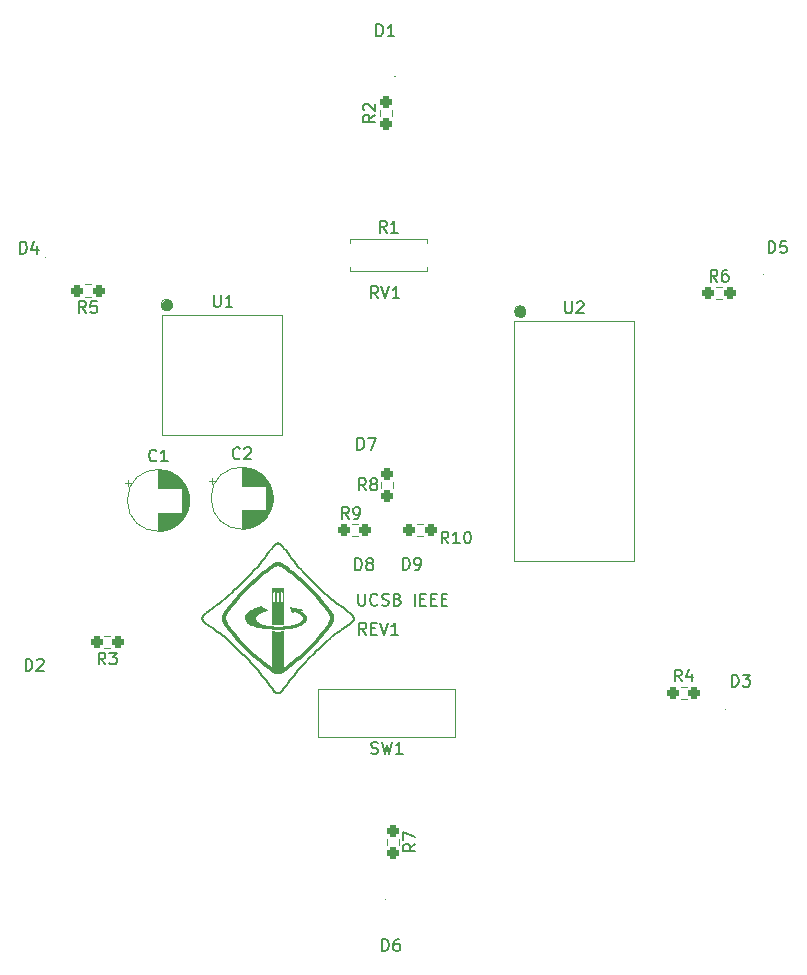
<source format=gto>
%TF.GenerationSoftware,KiCad,Pcbnew,(6.0.7)*%
%TF.CreationDate,2022-10-09T20:43:52-07:00*%
%TF.ProjectId,IEEE_PCB_SMD,49454545-5f50-4434-925f-534d442e6b69,rev?*%
%TF.SameCoordinates,Original*%
%TF.FileFunction,Legend,Top*%
%TF.FilePolarity,Positive*%
%FSLAX46Y46*%
G04 Gerber Fmt 4.6, Leading zero omitted, Abs format (unit mm)*
G04 Created by KiCad (PCBNEW (6.0.7)) date 2022-10-09 20:43:52*
%MOMM*%
%LPD*%
G01*
G04 APERTURE LIST*
G04 Aperture macros list*
%AMRoundRect*
0 Rectangle with rounded corners*
0 $1 Rounding radius*
0 $2 $3 $4 $5 $6 $7 $8 $9 X,Y pos of 4 corners*
0 Add a 4 corners polygon primitive as box body*
4,1,4,$2,$3,$4,$5,$6,$7,$8,$9,$2,$3,0*
0 Add four circle primitives for the rounded corners*
1,1,$1+$1,$2,$3*
1,1,$1+$1,$4,$5*
1,1,$1+$1,$6,$7*
1,1,$1+$1,$8,$9*
0 Add four rect primitives between the rounded corners*
20,1,$1+$1,$2,$3,$4,$5,0*
20,1,$1+$1,$4,$5,$6,$7,0*
20,1,$1+$1,$6,$7,$8,$9,0*
20,1,$1+$1,$8,$9,$2,$3,0*%
G04 Aperture macros list end*
%ADD10C,0.150000*%
%ADD11C,0.120000*%
%ADD12C,0.100000*%
%ADD13C,0.303741*%
%ADD14C,0.151870*%
%ADD15R,1.000000X1.000000*%
%ADD16C,1.600000*%
%ADD17RoundRect,0.237500X-0.250000X-0.237500X0.250000X-0.237500X0.250000X0.237500X-0.250000X0.237500X0*%
%ADD18C,1.500000*%
%ADD19RoundRect,0.237500X0.250000X0.237500X-0.250000X0.237500X-0.250000X-0.237500X0.250000X-0.237500X0*%
%ADD20RoundRect,0.237500X-0.237500X0.250000X-0.237500X-0.250000X0.237500X-0.250000X0.237500X0.250000X0*%
%ADD21C,2.000000*%
%ADD22C,6.000000*%
%ADD23RoundRect,0.237500X0.237500X-0.250000X0.237500X0.250000X-0.237500X0.250000X-0.237500X-0.250000X0*%
%ADD24O,1.600000X1.600000*%
%ADD25R,1.600000X1.600000*%
G04 APERTURE END LIST*
D10*
X147773226Y-104871534D02*
X147439893Y-104395344D01*
X147201798Y-104871534D02*
X147201798Y-103871534D01*
X147582750Y-103871534D01*
X147677988Y-103919154D01*
X147725607Y-103966773D01*
X147773226Y-104062011D01*
X147773226Y-104204868D01*
X147725607Y-104300106D01*
X147677988Y-104347725D01*
X147582750Y-104395344D01*
X147201798Y-104395344D01*
X148201798Y-104347725D02*
X148535131Y-104347725D01*
X148677988Y-104871534D02*
X148201798Y-104871534D01*
X148201798Y-103871534D01*
X148677988Y-103871534D01*
X148963703Y-103871534D02*
X149297036Y-104871534D01*
X149630369Y-103871534D01*
X150487512Y-104871534D02*
X149916084Y-104871534D01*
X150201798Y-104871534D02*
X150201798Y-103871534D01*
X150106560Y-104014392D01*
X150011322Y-104109630D01*
X149916084Y-104157249D01*
X147116750Y-101421534D02*
X147116750Y-102231058D01*
X147164369Y-102326296D01*
X147211988Y-102373915D01*
X147307226Y-102421534D01*
X147497703Y-102421534D01*
X147592941Y-102373915D01*
X147640560Y-102326296D01*
X147688179Y-102231058D01*
X147688179Y-101421534D01*
X148735798Y-102326296D02*
X148688179Y-102373915D01*
X148545322Y-102421534D01*
X148450084Y-102421534D01*
X148307226Y-102373915D01*
X148211988Y-102278677D01*
X148164369Y-102183439D01*
X148116750Y-101992963D01*
X148116750Y-101850106D01*
X148164369Y-101659630D01*
X148211988Y-101564392D01*
X148307226Y-101469154D01*
X148450084Y-101421534D01*
X148545322Y-101421534D01*
X148688179Y-101469154D01*
X148735798Y-101516773D01*
X149116750Y-102373915D02*
X149259607Y-102421534D01*
X149497703Y-102421534D01*
X149592941Y-102373915D01*
X149640560Y-102326296D01*
X149688179Y-102231058D01*
X149688179Y-102135820D01*
X149640560Y-102040582D01*
X149592941Y-101992963D01*
X149497703Y-101945344D01*
X149307226Y-101897725D01*
X149211988Y-101850106D01*
X149164369Y-101802487D01*
X149116750Y-101707249D01*
X149116750Y-101612011D01*
X149164369Y-101516773D01*
X149211988Y-101469154D01*
X149307226Y-101421534D01*
X149545322Y-101421534D01*
X149688179Y-101469154D01*
X150450084Y-101897725D02*
X150592941Y-101945344D01*
X150640560Y-101992963D01*
X150688179Y-102088201D01*
X150688179Y-102231058D01*
X150640560Y-102326296D01*
X150592941Y-102373915D01*
X150497703Y-102421534D01*
X150116750Y-102421534D01*
X150116750Y-101421534D01*
X150450084Y-101421534D01*
X150545322Y-101469154D01*
X150592941Y-101516773D01*
X150640560Y-101612011D01*
X150640560Y-101707249D01*
X150592941Y-101802487D01*
X150545322Y-101850106D01*
X150450084Y-101897725D01*
X150116750Y-101897725D01*
X151878655Y-102421534D02*
X151878655Y-101421534D01*
X152354846Y-101897725D02*
X152688179Y-101897725D01*
X152831036Y-102421534D02*
X152354846Y-102421534D01*
X152354846Y-101421534D01*
X152831036Y-101421534D01*
X153259607Y-101897725D02*
X153592941Y-101897725D01*
X153735798Y-102421534D02*
X153259607Y-102421534D01*
X153259607Y-101421534D01*
X153735798Y-101421534D01*
X154164369Y-101897725D02*
X154497703Y-101897725D01*
X154640560Y-102421534D02*
X154164369Y-102421534D01*
X154164369Y-101421534D01*
X154640560Y-101421534D01*
%TO.C,D6*%
X149127904Y-131655380D02*
X149127904Y-130655380D01*
X149366000Y-130655380D01*
X149508857Y-130703000D01*
X149604095Y-130798238D01*
X149651714Y-130893476D01*
X149699333Y-131083952D01*
X149699333Y-131226809D01*
X149651714Y-131417285D01*
X149604095Y-131512523D01*
X149508857Y-131607761D01*
X149366000Y-131655380D01*
X149127904Y-131655380D01*
X150556476Y-130655380D02*
X150366000Y-130655380D01*
X150270761Y-130703000D01*
X150223142Y-130750619D01*
X150127904Y-130893476D01*
X150080285Y-131083952D01*
X150080285Y-131464904D01*
X150127904Y-131560142D01*
X150175523Y-131607761D01*
X150270761Y-131655380D01*
X150461238Y-131655380D01*
X150556476Y-131607761D01*
X150604095Y-131560142D01*
X150651714Y-131464904D01*
X150651714Y-131226809D01*
X150604095Y-131131571D01*
X150556476Y-131083952D01*
X150461238Y-131036333D01*
X150270761Y-131036333D01*
X150175523Y-131083952D01*
X150127904Y-131131571D01*
X150080285Y-131226809D01*
%TO.C,RV1*%
X148787261Y-76395380D02*
X148453928Y-75919190D01*
X148215833Y-76395380D02*
X148215833Y-75395380D01*
X148596785Y-75395380D01*
X148692023Y-75443000D01*
X148739642Y-75490619D01*
X148787261Y-75585857D01*
X148787261Y-75728714D01*
X148739642Y-75823952D01*
X148692023Y-75871571D01*
X148596785Y-75919190D01*
X148215833Y-75919190D01*
X149072976Y-75395380D02*
X149406309Y-76395380D01*
X149739642Y-75395380D01*
X150596785Y-76395380D02*
X150025357Y-76395380D01*
X150311071Y-76395380D02*
X150311071Y-75395380D01*
X150215833Y-75538238D01*
X150120595Y-75633476D01*
X150025357Y-75681095D01*
%TO.C,D3*%
X178740904Y-109274380D02*
X178740904Y-108274380D01*
X178979000Y-108274380D01*
X179121857Y-108322000D01*
X179217095Y-108417238D01*
X179264714Y-108512476D01*
X179312333Y-108702952D01*
X179312333Y-108845809D01*
X179264714Y-109036285D01*
X179217095Y-109131523D01*
X179121857Y-109226761D01*
X178979000Y-109274380D01*
X178740904Y-109274380D01*
X179645666Y-108274380D02*
X180264714Y-108274380D01*
X179931380Y-108655333D01*
X180074238Y-108655333D01*
X180169476Y-108702952D01*
X180217095Y-108750571D01*
X180264714Y-108845809D01*
X180264714Y-109083904D01*
X180217095Y-109179142D01*
X180169476Y-109226761D01*
X180074238Y-109274380D01*
X179788523Y-109274380D01*
X179693285Y-109226761D01*
X179645666Y-109179142D01*
%TO.C,R4*%
X174482682Y-108839213D02*
X174149349Y-108363023D01*
X173911253Y-108839213D02*
X173911253Y-107839213D01*
X174292206Y-107839213D01*
X174387444Y-107886833D01*
X174435063Y-107934452D01*
X174482682Y-108029690D01*
X174482682Y-108172547D01*
X174435063Y-108267785D01*
X174387444Y-108315404D01*
X174292206Y-108363023D01*
X173911253Y-108363023D01*
X175339825Y-108172547D02*
X175339825Y-108839213D01*
X175101729Y-107791594D02*
X174863634Y-108505880D01*
X175482682Y-108505880D01*
%TO.C,D2*%
X118953904Y-107928380D02*
X118953904Y-106928380D01*
X119192000Y-106928380D01*
X119334857Y-106976000D01*
X119430095Y-107071238D01*
X119477714Y-107166476D01*
X119525333Y-107356952D01*
X119525333Y-107499809D01*
X119477714Y-107690285D01*
X119430095Y-107785523D01*
X119334857Y-107880761D01*
X119192000Y-107928380D01*
X118953904Y-107928380D01*
X119906285Y-107023619D02*
X119953904Y-106976000D01*
X120049142Y-106928380D01*
X120287238Y-106928380D01*
X120382476Y-106976000D01*
X120430095Y-107023619D01*
X120477714Y-107118857D01*
X120477714Y-107214095D01*
X120430095Y-107356952D01*
X119858666Y-107928380D01*
X120477714Y-107928380D01*
%TO.C,U2*%
X164625941Y-76662534D02*
X164625941Y-77472058D01*
X164673560Y-77567296D01*
X164721179Y-77614915D01*
X164816417Y-77662534D01*
X165006893Y-77662534D01*
X165102131Y-77614915D01*
X165149750Y-77567296D01*
X165197369Y-77472058D01*
X165197369Y-76662534D01*
X165625941Y-76757773D02*
X165673560Y-76710154D01*
X165768798Y-76662534D01*
X166006893Y-76662534D01*
X166102131Y-76710154D01*
X166149750Y-76757773D01*
X166197369Y-76853011D01*
X166197369Y-76948249D01*
X166149750Y-77091106D01*
X165578322Y-77662534D01*
X166197369Y-77662534D01*
%TO.C,R9*%
X146306182Y-95090213D02*
X145972849Y-94614023D01*
X145734753Y-95090213D02*
X145734753Y-94090213D01*
X146115706Y-94090213D01*
X146210944Y-94137833D01*
X146258563Y-94185452D01*
X146306182Y-94280690D01*
X146306182Y-94423547D01*
X146258563Y-94518785D01*
X146210944Y-94566404D01*
X146115706Y-94614023D01*
X145734753Y-94614023D01*
X146782372Y-95090213D02*
X146972849Y-95090213D01*
X147068087Y-95042594D01*
X147115706Y-94994975D01*
X147210944Y-94852118D01*
X147258563Y-94661642D01*
X147258563Y-94280690D01*
X147210944Y-94185452D01*
X147163325Y-94137833D01*
X147068087Y-94090213D01*
X146877610Y-94090213D01*
X146782372Y-94137833D01*
X146734753Y-94185452D01*
X146687134Y-94280690D01*
X146687134Y-94518785D01*
X146734753Y-94614023D01*
X146782372Y-94661642D01*
X146877610Y-94709261D01*
X147068087Y-94709261D01*
X147163325Y-94661642D01*
X147210944Y-94614023D01*
X147258563Y-94518785D01*
%TO.C,R3*%
X125699682Y-107402213D02*
X125366349Y-106926023D01*
X125128253Y-107402213D02*
X125128253Y-106402213D01*
X125509206Y-106402213D01*
X125604444Y-106449833D01*
X125652063Y-106497452D01*
X125699682Y-106592690D01*
X125699682Y-106735547D01*
X125652063Y-106830785D01*
X125604444Y-106878404D01*
X125509206Y-106926023D01*
X125128253Y-106926023D01*
X126033015Y-106402213D02*
X126652063Y-106402213D01*
X126318729Y-106783166D01*
X126461587Y-106783166D01*
X126556825Y-106830785D01*
X126604444Y-106878404D01*
X126652063Y-106973642D01*
X126652063Y-107211737D01*
X126604444Y-107306975D01*
X126556825Y-107354594D01*
X126461587Y-107402213D01*
X126175872Y-107402213D01*
X126080634Y-107354594D01*
X126033015Y-107306975D01*
%TO.C,R10*%
X154733991Y-97161213D02*
X154400658Y-96685023D01*
X154162563Y-97161213D02*
X154162563Y-96161213D01*
X154543515Y-96161213D01*
X154638753Y-96208833D01*
X154686372Y-96256452D01*
X154733991Y-96351690D01*
X154733991Y-96494547D01*
X154686372Y-96589785D01*
X154638753Y-96637404D01*
X154543515Y-96685023D01*
X154162563Y-96685023D01*
X155686372Y-97161213D02*
X155114944Y-97161213D01*
X155400658Y-97161213D02*
X155400658Y-96161213D01*
X155305420Y-96304071D01*
X155210182Y-96399309D01*
X155114944Y-96446928D01*
X156305420Y-96161213D02*
X156400658Y-96161213D01*
X156495896Y-96208833D01*
X156543515Y-96256452D01*
X156591134Y-96351690D01*
X156638753Y-96542166D01*
X156638753Y-96780261D01*
X156591134Y-96970737D01*
X156543515Y-97065975D01*
X156495896Y-97113594D01*
X156400658Y-97161213D01*
X156305420Y-97161213D01*
X156210182Y-97113594D01*
X156162563Y-97065975D01*
X156114944Y-96970737D01*
X156067325Y-96780261D01*
X156067325Y-96542166D01*
X156114944Y-96351690D01*
X156162563Y-96256452D01*
X156210182Y-96208833D01*
X156305420Y-96161213D01*
%TO.C,D7*%
X147042753Y-89204213D02*
X147042753Y-88204213D01*
X147280849Y-88204213D01*
X147423706Y-88251833D01*
X147518944Y-88347071D01*
X147566563Y-88442309D01*
X147614182Y-88632785D01*
X147614182Y-88775642D01*
X147566563Y-88966118D01*
X147518944Y-89061356D01*
X147423706Y-89156594D01*
X147280849Y-89204213D01*
X147042753Y-89204213D01*
X147947515Y-88204213D02*
X148614182Y-88204213D01*
X148185610Y-89204213D01*
%TO.C,R7*%
X151932229Y-122585499D02*
X151456039Y-122918833D01*
X151932229Y-123156928D02*
X150932229Y-123156928D01*
X150932229Y-122775975D01*
X150979849Y-122680737D01*
X151027468Y-122633118D01*
X151122706Y-122585499D01*
X151265563Y-122585499D01*
X151360801Y-122633118D01*
X151408420Y-122680737D01*
X151456039Y-122775975D01*
X151456039Y-123156928D01*
X150932229Y-122252166D02*
X150932229Y-121585499D01*
X151932229Y-122014071D01*
%TO.C,D5*%
X181863753Y-72554213D02*
X181863753Y-71554213D01*
X182101849Y-71554213D01*
X182244706Y-71601833D01*
X182339944Y-71697071D01*
X182387563Y-71792309D01*
X182435182Y-71982785D01*
X182435182Y-72125642D01*
X182387563Y-72316118D01*
X182339944Y-72411356D01*
X182244706Y-72506594D01*
X182101849Y-72554213D01*
X181863753Y-72554213D01*
X183339944Y-71554213D02*
X182863753Y-71554213D01*
X182816134Y-72030404D01*
X182863753Y-71982785D01*
X182958991Y-71935166D01*
X183197087Y-71935166D01*
X183292325Y-71982785D01*
X183339944Y-72030404D01*
X183387563Y-72125642D01*
X183387563Y-72363737D01*
X183339944Y-72458975D01*
X183292325Y-72506594D01*
X183197087Y-72554213D01*
X182958991Y-72554213D01*
X182863753Y-72506594D01*
X182816134Y-72458975D01*
%TO.C,R6*%
X177505682Y-75000213D02*
X177172349Y-74524023D01*
X176934253Y-75000213D02*
X176934253Y-74000213D01*
X177315206Y-74000213D01*
X177410444Y-74047833D01*
X177458063Y-74095452D01*
X177505682Y-74190690D01*
X177505682Y-74333547D01*
X177458063Y-74428785D01*
X177410444Y-74476404D01*
X177315206Y-74524023D01*
X176934253Y-74524023D01*
X178362825Y-74000213D02*
X178172349Y-74000213D01*
X178077110Y-74047833D01*
X178029491Y-74095452D01*
X177934253Y-74238309D01*
X177886634Y-74428785D01*
X177886634Y-74809737D01*
X177934253Y-74904975D01*
X177981872Y-74952594D01*
X178077110Y-75000213D01*
X178267587Y-75000213D01*
X178362825Y-74952594D01*
X178410444Y-74904975D01*
X178458063Y-74809737D01*
X178458063Y-74571642D01*
X178410444Y-74476404D01*
X178362825Y-74428785D01*
X178267587Y-74381166D01*
X178077110Y-74381166D01*
X177981872Y-74428785D01*
X177934253Y-74476404D01*
X177886634Y-74571642D01*
%TO.C,SW1*%
X148204512Y-114918915D02*
X148347369Y-114966534D01*
X148585465Y-114966534D01*
X148680703Y-114918915D01*
X148728322Y-114871296D01*
X148775941Y-114776058D01*
X148775941Y-114680820D01*
X148728322Y-114585582D01*
X148680703Y-114537963D01*
X148585465Y-114490344D01*
X148394988Y-114442725D01*
X148299750Y-114395106D01*
X148252131Y-114347487D01*
X148204512Y-114252249D01*
X148204512Y-114157011D01*
X148252131Y-114061773D01*
X148299750Y-114014154D01*
X148394988Y-113966534D01*
X148633084Y-113966534D01*
X148775941Y-114014154D01*
X149109274Y-113966534D02*
X149347369Y-114966534D01*
X149537846Y-114252249D01*
X149728322Y-114966534D01*
X149966417Y-113966534D01*
X150871179Y-114966534D02*
X150299750Y-114966534D01*
X150585465Y-114966534D02*
X150585465Y-113966534D01*
X150490226Y-114109392D01*
X150394988Y-114204630D01*
X150299750Y-114252249D01*
%TO.C,R5*%
X124056182Y-77633213D02*
X123722849Y-77157023D01*
X123484753Y-77633213D02*
X123484753Y-76633213D01*
X123865706Y-76633213D01*
X123960944Y-76680833D01*
X124008563Y-76728452D01*
X124056182Y-76823690D01*
X124056182Y-76966547D01*
X124008563Y-77061785D01*
X123960944Y-77109404D01*
X123865706Y-77157023D01*
X123484753Y-77157023D01*
X124960944Y-76633213D02*
X124484753Y-76633213D01*
X124437134Y-77109404D01*
X124484753Y-77061785D01*
X124579991Y-77014166D01*
X124818087Y-77014166D01*
X124913325Y-77061785D01*
X124960944Y-77109404D01*
X125008563Y-77204642D01*
X125008563Y-77442737D01*
X124960944Y-77537975D01*
X124913325Y-77585594D01*
X124818087Y-77633213D01*
X124579991Y-77633213D01*
X124484753Y-77585594D01*
X124437134Y-77537975D01*
%TO.C,D8*%
X146842753Y-99417213D02*
X146842753Y-98417213D01*
X147080849Y-98417213D01*
X147223706Y-98464833D01*
X147318944Y-98560071D01*
X147366563Y-98655309D01*
X147414182Y-98845785D01*
X147414182Y-98988642D01*
X147366563Y-99179118D01*
X147318944Y-99274356D01*
X147223706Y-99369594D01*
X147080849Y-99417213D01*
X146842753Y-99417213D01*
X147985610Y-98845785D02*
X147890372Y-98798166D01*
X147842753Y-98750547D01*
X147795134Y-98655309D01*
X147795134Y-98607690D01*
X147842753Y-98512452D01*
X147890372Y-98464833D01*
X147985610Y-98417213D01*
X148176087Y-98417213D01*
X148271325Y-98464833D01*
X148318944Y-98512452D01*
X148366563Y-98607690D01*
X148366563Y-98655309D01*
X148318944Y-98750547D01*
X148271325Y-98798166D01*
X148176087Y-98845785D01*
X147985610Y-98845785D01*
X147890372Y-98893404D01*
X147842753Y-98941023D01*
X147795134Y-99036261D01*
X147795134Y-99226737D01*
X147842753Y-99321975D01*
X147890372Y-99369594D01*
X147985610Y-99417213D01*
X148176087Y-99417213D01*
X148271325Y-99369594D01*
X148318944Y-99321975D01*
X148366563Y-99226737D01*
X148366563Y-99036261D01*
X148318944Y-98941023D01*
X148271325Y-98893404D01*
X148176087Y-98845785D01*
%TO.C,D1*%
X148642904Y-54205380D02*
X148642904Y-53205380D01*
X148881000Y-53205380D01*
X149023857Y-53253000D01*
X149119095Y-53348238D01*
X149166714Y-53443476D01*
X149214333Y-53633952D01*
X149214333Y-53776809D01*
X149166714Y-53967285D01*
X149119095Y-54062523D01*
X149023857Y-54157761D01*
X148881000Y-54205380D01*
X148642904Y-54205380D01*
X150166714Y-54205380D02*
X149595285Y-54205380D01*
X149881000Y-54205380D02*
X149881000Y-53205380D01*
X149785761Y-53348238D01*
X149690523Y-53443476D01*
X149595285Y-53491095D01*
%TO.C,R8*%
X147753182Y-92658213D02*
X147419849Y-92182023D01*
X147181753Y-92658213D02*
X147181753Y-91658213D01*
X147562706Y-91658213D01*
X147657944Y-91705833D01*
X147705563Y-91753452D01*
X147753182Y-91848690D01*
X147753182Y-91991547D01*
X147705563Y-92086785D01*
X147657944Y-92134404D01*
X147562706Y-92182023D01*
X147181753Y-92182023D01*
X148324610Y-92086785D02*
X148229372Y-92039166D01*
X148181753Y-91991547D01*
X148134134Y-91896309D01*
X148134134Y-91848690D01*
X148181753Y-91753452D01*
X148229372Y-91705833D01*
X148324610Y-91658213D01*
X148515087Y-91658213D01*
X148610325Y-91705833D01*
X148657944Y-91753452D01*
X148705563Y-91848690D01*
X148705563Y-91896309D01*
X148657944Y-91991547D01*
X148610325Y-92039166D01*
X148515087Y-92086785D01*
X148324610Y-92086785D01*
X148229372Y-92134404D01*
X148181753Y-92182023D01*
X148134134Y-92277261D01*
X148134134Y-92467737D01*
X148181753Y-92562975D01*
X148229372Y-92610594D01*
X148324610Y-92658213D01*
X148515087Y-92658213D01*
X148610325Y-92610594D01*
X148657944Y-92562975D01*
X148705563Y-92467737D01*
X148705563Y-92277261D01*
X148657944Y-92182023D01*
X148610325Y-92134404D01*
X148515087Y-92086785D01*
%TO.C,D9*%
X150891753Y-99364213D02*
X150891753Y-98364213D01*
X151129849Y-98364213D01*
X151272706Y-98411833D01*
X151367944Y-98507071D01*
X151415563Y-98602309D01*
X151463182Y-98792785D01*
X151463182Y-98935642D01*
X151415563Y-99126118D01*
X151367944Y-99221356D01*
X151272706Y-99316594D01*
X151129849Y-99364213D01*
X150891753Y-99364213D01*
X151939372Y-99364213D02*
X152129849Y-99364213D01*
X152225087Y-99316594D01*
X152272706Y-99268975D01*
X152367944Y-99126118D01*
X152415563Y-98935642D01*
X152415563Y-98554690D01*
X152367944Y-98459452D01*
X152320325Y-98411833D01*
X152225087Y-98364213D01*
X152034610Y-98364213D01*
X151939372Y-98411833D01*
X151891753Y-98459452D01*
X151844134Y-98554690D01*
X151844134Y-98792785D01*
X151891753Y-98888023D01*
X151939372Y-98935642D01*
X152034610Y-98983261D01*
X152225087Y-98983261D01*
X152320325Y-98935642D01*
X152367944Y-98888023D01*
X152415563Y-98792785D01*
%TO.C,R1*%
X149510179Y-70835534D02*
X149176846Y-70359344D01*
X148938750Y-70835534D02*
X148938750Y-69835534D01*
X149319703Y-69835534D01*
X149414941Y-69883154D01*
X149462560Y-69930773D01*
X149510179Y-70026011D01*
X149510179Y-70168868D01*
X149462560Y-70264106D01*
X149414941Y-70311725D01*
X149319703Y-70359344D01*
X148938750Y-70359344D01*
X150462560Y-70835534D02*
X149891131Y-70835534D01*
X150176846Y-70835534D02*
X150176846Y-69835534D01*
X150081607Y-69978392D01*
X149986369Y-70073630D01*
X149891131Y-70121249D01*
%TO.C,U1*%
X134878941Y-76117341D02*
X134878941Y-76926865D01*
X134926560Y-77022103D01*
X134974179Y-77069722D01*
X135069417Y-77117341D01*
X135259893Y-77117341D01*
X135355131Y-77069722D01*
X135402750Y-77022103D01*
X135450369Y-76926865D01*
X135450369Y-76117341D01*
X136450369Y-77117341D02*
X135878941Y-77117341D01*
X136164655Y-77117341D02*
X136164655Y-76117341D01*
X136069417Y-76260199D01*
X135974179Y-76355437D01*
X135878941Y-76403056D01*
%TO.C,D4*%
X118478904Y-72613380D02*
X118478904Y-71613380D01*
X118717000Y-71613380D01*
X118859857Y-71661000D01*
X118955095Y-71756238D01*
X119002714Y-71851476D01*
X119050333Y-72041952D01*
X119050333Y-72184809D01*
X119002714Y-72375285D01*
X118955095Y-72470523D01*
X118859857Y-72565761D01*
X118717000Y-72613380D01*
X118478904Y-72613380D01*
X119907476Y-71946714D02*
X119907476Y-72613380D01*
X119669380Y-71565761D02*
X119431285Y-72280047D01*
X120050333Y-72280047D01*
%TO.C,R2*%
X148507229Y-60875499D02*
X148031039Y-61208833D01*
X148507229Y-61446928D02*
X147507229Y-61446928D01*
X147507229Y-61065975D01*
X147554849Y-60970737D01*
X147602468Y-60923118D01*
X147697706Y-60875499D01*
X147840563Y-60875499D01*
X147935801Y-60923118D01*
X147983420Y-60970737D01*
X148031039Y-61065975D01*
X148031039Y-61446928D01*
X147602468Y-60494547D02*
X147554849Y-60446928D01*
X147507229Y-60351690D01*
X147507229Y-60113594D01*
X147554849Y-60018356D01*
X147602468Y-59970737D01*
X147697706Y-59923118D01*
X147792944Y-59923118D01*
X147935801Y-59970737D01*
X148507229Y-60542166D01*
X148507229Y-59923118D01*
%TO.C,C1*%
X130012221Y-90114142D02*
X129964602Y-90161761D01*
X129821745Y-90209380D01*
X129726507Y-90209380D01*
X129583649Y-90161761D01*
X129488411Y-90066523D01*
X129440792Y-89971285D01*
X129393173Y-89780809D01*
X129393173Y-89637952D01*
X129440792Y-89447476D01*
X129488411Y-89352238D01*
X129583649Y-89257000D01*
X129726507Y-89209380D01*
X129821745Y-89209380D01*
X129964602Y-89257000D01*
X130012221Y-89304619D01*
X130964602Y-90209380D02*
X130393173Y-90209380D01*
X130678888Y-90209380D02*
X130678888Y-89209380D01*
X130583649Y-89352238D01*
X130488411Y-89447476D01*
X130393173Y-89495095D01*
%TO.C,C2*%
X137095221Y-89931142D02*
X137047602Y-89978761D01*
X136904745Y-90026380D01*
X136809507Y-90026380D01*
X136666649Y-89978761D01*
X136571411Y-89883523D01*
X136523792Y-89788285D01*
X136476173Y-89597809D01*
X136476173Y-89454952D01*
X136523792Y-89264476D01*
X136571411Y-89169238D01*
X136666649Y-89074000D01*
X136809507Y-89026380D01*
X136904745Y-89026380D01*
X137047602Y-89074000D01*
X137095221Y-89121619D01*
X137476173Y-89121619D02*
X137523792Y-89074000D01*
X137619030Y-89026380D01*
X137857126Y-89026380D01*
X137952364Y-89074000D01*
X137999983Y-89121619D01*
X138047602Y-89216857D01*
X138047602Y-89312095D01*
X137999983Y-89454952D01*
X137428554Y-90026380D01*
X138047602Y-90026380D01*
D11*
%TO.C,D6*%
X149429308Y-127276000D02*
G75*
G03*
X149429308Y-127276000I-60308J0D01*
G01*
%TO.C,D3*%
X178214308Y-111221000D02*
G75*
G03*
X178214308Y-111221000I-60308J0D01*
G01*
%TO.C,R4*%
X174394625Y-110339333D02*
X174904073Y-110339333D01*
X174394625Y-109294333D02*
X174904073Y-109294333D01*
%TO.C,D2*%
X121104308Y-108274000D02*
G75*
G03*
X121104308Y-108274000I-60308J0D01*
G01*
%TO.C,U2*%
X170457846Y-78330154D02*
X160297846Y-78330154D01*
X160297846Y-78330154D02*
X160297846Y-98650154D01*
X160297846Y-98650154D02*
X170467846Y-98660154D01*
X170467846Y-98660154D02*
X170457846Y-78330154D01*
X161311846Y-77520154D02*
G75*
G03*
X161311846Y-77520154I-500000J0D01*
G01*
G36*
X161004846Y-77108154D02*
G01*
X161166846Y-77234154D01*
X161244846Y-77403154D01*
X161256846Y-77533154D01*
X161247846Y-77618154D01*
X161210846Y-77714154D01*
X161169846Y-77781154D01*
X161103846Y-77860154D01*
X161016846Y-77914154D01*
X160939846Y-77946154D01*
X160833846Y-77966154D01*
X160740846Y-77958154D01*
X160643846Y-77932154D01*
X160555846Y-77884154D01*
X160464846Y-77805154D01*
X160400846Y-77698154D01*
X160374846Y-77604154D01*
X160369846Y-77538154D01*
X160369846Y-77472154D01*
X160382846Y-77405154D01*
X160401846Y-77352154D01*
X160454846Y-77244154D01*
X160536846Y-77159154D01*
X160657846Y-77098154D01*
X160811846Y-77073154D01*
X161004846Y-77108154D01*
G37*
D12*
X161004846Y-77108154D02*
X161166846Y-77234154D01*
X161244846Y-77403154D01*
X161256846Y-77533154D01*
X161247846Y-77618154D01*
X161210846Y-77714154D01*
X161169846Y-77781154D01*
X161103846Y-77860154D01*
X161016846Y-77914154D01*
X160939846Y-77946154D01*
X160833846Y-77966154D01*
X160740846Y-77958154D01*
X160643846Y-77932154D01*
X160555846Y-77884154D01*
X160464846Y-77805154D01*
X160400846Y-77698154D01*
X160374846Y-77604154D01*
X160369846Y-77538154D01*
X160369846Y-77472154D01*
X160382846Y-77405154D01*
X160401846Y-77352154D01*
X160454846Y-77244154D01*
X160536846Y-77159154D01*
X160657846Y-77098154D01*
X160811846Y-77073154D01*
X161004846Y-77108154D01*
D11*
%TO.C,R9*%
X147059573Y-95505333D02*
X146550125Y-95505333D01*
X147059573Y-96550333D02*
X146550125Y-96550333D01*
%TO.C,R3*%
X126121073Y-106042333D02*
X125611625Y-106042333D01*
X126121073Y-104997333D02*
X125611625Y-104997333D01*
%TO.C,R10*%
X152100125Y-95505333D02*
X152609573Y-95505333D01*
X152100125Y-96550333D02*
X152609573Y-96550333D01*
D13*
%TO.C,REF\u002A\u002A*%
X140228503Y-108058813D02*
X140204672Y-108055142D01*
D14*
X140695514Y-97381261D02*
X140715931Y-97407248D01*
D13*
X135751518Y-103600959D02*
X135747847Y-103577335D01*
X140649517Y-107980791D02*
X140618429Y-107995255D01*
X140180003Y-108050420D02*
X140154477Y-108044563D01*
X144844356Y-103253444D02*
X144854132Y-103282251D01*
X142221020Y-106747802D02*
X141878818Y-107045400D01*
X136082062Y-104212272D02*
X135952672Y-104035309D01*
X140406971Y-98929497D02*
X140430995Y-98933169D01*
X144883844Y-103577335D02*
X144880173Y-103600959D01*
X140224723Y-98929497D02*
X140248190Y-98926790D01*
D14*
X140068300Y-97245059D02*
X140102123Y-97218994D01*
X136837876Y-106053538D02*
X136431858Y-105675535D01*
X146482955Y-103877763D02*
X146458265Y-103896861D01*
D13*
X140430995Y-98933169D02*
X140455634Y-98937890D01*
D14*
X139995296Y-97313586D02*
X140032654Y-97276426D01*
X140134014Y-97197741D02*
X140163861Y-97180809D01*
D13*
X143588019Y-105381326D02*
X143430557Y-105555960D01*
X139356619Y-107538971D02*
X139072157Y-107311314D01*
D14*
X142311180Y-107571625D02*
X142047819Y-107871870D01*
D13*
X144549632Y-102776039D02*
X144679020Y-102953002D01*
X140714797Y-99041733D02*
X140748830Y-99061653D01*
D14*
X139183345Y-98390080D02*
X139183345Y-98390080D01*
X143325470Y-100482253D02*
X143793917Y-100934772D01*
X144004553Y-105855618D02*
X143793917Y-106053538D01*
X145251151Y-102206454D02*
X145469582Y-102371070D01*
D13*
X144771609Y-103095411D02*
X144789626Y-103128805D01*
X135825869Y-103161329D02*
X135842066Y-103128805D01*
X144789626Y-103859505D02*
X144771609Y-103892899D01*
X141878818Y-107045400D02*
X141559573Y-107311314D01*
X135756240Y-103625668D02*
X135751518Y-103600959D01*
D14*
X133906974Y-103444134D02*
X133910822Y-103423841D01*
X139677393Y-97740598D02*
X139776833Y-97602831D01*
X146726969Y-103462639D02*
X146728288Y-103494155D01*
D13*
X144679020Y-102953002D02*
X144751689Y-103061171D01*
D14*
X140527456Y-109769983D02*
X140495203Y-109791199D01*
D13*
X139773881Y-99135093D02*
X139883014Y-99061653D01*
X139917020Y-99041733D02*
X139949825Y-99023716D01*
X136262018Y-104446692D02*
X136082062Y-104212272D01*
D14*
X145469582Y-104617240D02*
X145469582Y-104617240D01*
X140368241Y-109842051D02*
X140350644Y-109844658D01*
X144546010Y-101622604D02*
X144834857Y-101870599D01*
X140597756Y-109712525D02*
X140561685Y-109743924D01*
X140482515Y-97188766D02*
X140497705Y-97197741D01*
X140954363Y-109247712D02*
X140854960Y-109385479D01*
X141448347Y-98390080D02*
X141448347Y-98390080D01*
X134002505Y-103250499D02*
X134016219Y-103234336D01*
X141320970Y-108760734D02*
X141149199Y-108985329D01*
D13*
X144369682Y-104446692D02*
X144145326Y-104727233D01*
D14*
X143325470Y-106506057D02*
X143325470Y-106506057D01*
X146458365Y-103091524D02*
X146506273Y-103129424D01*
D13*
X135745140Y-103433491D02*
X135747847Y-103410975D01*
D14*
X135562662Y-104925208D02*
X135380542Y-104781856D01*
D13*
X140618429Y-107995255D02*
X140588316Y-108008071D01*
D14*
X145469582Y-102371070D02*
X145469582Y-102371070D01*
X133968077Y-103296641D02*
X133978484Y-103281655D01*
X146714905Y-103586611D02*
X146711090Y-103598300D01*
X140070019Y-109743789D02*
X140052209Y-109728791D01*
X139916108Y-109581262D02*
X139895234Y-109553366D01*
X140136502Y-109791073D02*
X140120628Y-109781035D01*
X140495203Y-109791199D02*
X140465059Y-109808070D01*
X140440149Y-97167707D02*
X140453723Y-97173810D01*
X133990277Y-103722237D02*
X133968392Y-103691859D01*
D13*
X135860082Y-103892899D02*
X135842066Y-103859505D01*
X141037287Y-99266513D02*
X141275118Y-99449339D01*
D14*
X139183345Y-108598230D02*
X138980450Y-108344966D01*
D13*
X140293692Y-98923928D02*
X140315845Y-98923603D01*
D14*
X133903404Y-103494155D02*
X133903667Y-103479323D01*
D13*
X144771609Y-103892899D02*
X144751689Y-103927139D01*
D14*
X134083888Y-103822599D02*
X134047627Y-103787641D01*
D13*
X144869594Y-103336874D02*
X144875451Y-103362642D01*
D14*
X136431858Y-101312775D02*
X136627220Y-101132692D01*
X146695739Y-103352542D02*
X146706784Y-103378014D01*
X141320970Y-98227576D02*
X141448347Y-98390080D01*
D13*
X144883844Y-103410975D02*
X144886551Y-103433491D01*
D14*
X146720787Y-103564533D02*
X146714905Y-103586611D01*
D13*
X139072157Y-99676996D02*
X139356619Y-99449339D01*
X138234742Y-106589177D02*
X138057448Y-106425096D01*
D14*
X139874054Y-97464732D02*
X139895135Y-97435051D01*
X135796853Y-105117711D02*
X135562662Y-104925208D01*
D13*
X135787335Y-103734866D02*
X135777559Y-103706059D01*
D14*
X140337832Y-97142468D02*
X140353104Y-97143782D01*
D13*
X140559159Y-108019324D02*
X140530938Y-108029101D01*
X139883014Y-107926657D02*
X139773881Y-107853217D01*
X135741952Y-103494155D02*
X135742278Y-103475105D01*
X135880003Y-103927139D02*
X135860082Y-103892899D01*
D14*
X135380542Y-104781856D02*
X135162109Y-104617240D01*
X140163861Y-97180809D02*
X140191555Y-97167707D01*
D13*
X137880335Y-106256382D02*
X137704882Y-106083856D01*
D14*
X133920467Y-103390116D02*
X133924916Y-103378014D01*
D13*
X135777559Y-103706059D02*
X135769175Y-103678241D01*
D14*
X138980450Y-98643344D02*
X139183345Y-98390080D01*
D13*
X144805823Y-103161329D02*
X144820287Y-103192960D01*
D14*
X140295772Y-109845891D02*
X140281092Y-109844632D01*
D13*
X142574346Y-100563214D02*
X142751482Y-100731928D01*
D14*
X146431978Y-103916308D02*
X146404043Y-103936099D01*
D13*
X141559573Y-99676996D02*
X141878818Y-99942910D01*
D14*
X134227800Y-103052211D02*
X134504596Y-102856575D01*
D13*
X144880173Y-103600959D02*
X144875451Y-103625668D01*
X135842066Y-103128805D02*
X135860082Y-103095411D01*
D14*
X146615252Y-103754176D02*
X146600347Y-103770719D01*
X133903404Y-103494155D02*
X133903404Y-103494155D01*
D13*
X140128076Y-108037485D02*
X140100780Y-108029101D01*
X140271160Y-98924962D02*
X140293692Y-98923928D01*
D14*
X134016556Y-103754176D02*
X133990277Y-103722237D01*
X139895135Y-97435051D02*
X139915886Y-97407248D01*
X146706624Y-103610416D02*
X146701458Y-103622956D01*
X139976010Y-97334492D02*
X139995296Y-97313586D01*
D13*
X140714698Y-107946578D02*
X140681601Y-107964594D01*
D14*
X133989944Y-103266273D02*
X134002505Y-103250499D01*
X137678819Y-100107088D02*
X138017903Y-99749400D01*
X143793917Y-106053538D02*
X143567665Y-106270087D01*
X133910929Y-103564533D02*
X133907039Y-103544215D01*
D13*
X140072569Y-108019324D02*
X140043424Y-108008071D01*
X143267381Y-101256105D02*
X143588019Y-101606985D01*
D14*
X140695116Y-109607399D02*
X140674890Y-109631716D01*
X139310724Y-108760734D02*
X139183345Y-108598230D01*
X146681492Y-103325408D02*
X146695739Y-103352542D01*
X134103836Y-103147834D02*
X134125520Y-103129424D01*
X135162109Y-104617240D02*
X135162109Y-104617240D01*
X140350644Y-109844658D02*
X140335957Y-109845904D01*
D13*
X140480948Y-98943747D02*
X140506994Y-98950825D01*
X144833103Y-103764638D02*
X144820287Y-103795351D01*
D14*
X145469582Y-102371070D02*
X145634791Y-102495374D01*
X133942666Y-103339181D02*
X133950218Y-103325408D01*
X134173451Y-103091524D02*
X134199798Y-103072042D01*
D13*
X135880003Y-103061171D02*
X135880003Y-103061171D01*
X140357959Y-108063348D02*
X140336522Y-108064382D01*
X138410738Y-106747802D02*
X138234742Y-106589177D01*
D14*
X140391655Y-97151029D02*
X140402881Y-97154161D01*
D13*
X140451696Y-108050420D02*
X140427024Y-108055142D01*
D14*
X146566741Y-103804935D02*
X146547941Y-103822599D01*
X138017903Y-99749400D02*
X138320615Y-99416686D01*
X135673086Y-101973391D02*
X135796853Y-101870599D01*
X140194561Y-109820995D02*
X140180895Y-109814925D01*
D13*
X135842066Y-103859505D02*
X135825869Y-103826981D01*
X137704882Y-106083856D02*
X137364412Y-105732205D01*
D14*
X140497705Y-97197741D02*
X140513406Y-97207797D01*
D13*
X137704882Y-100904454D02*
X138057448Y-100563214D01*
X144886551Y-103554819D02*
X144883844Y-103577335D01*
D14*
X146728288Y-103494155D02*
X146728018Y-103508992D01*
D13*
X144862516Y-103310069D02*
X144869594Y-103336874D01*
X139982256Y-107980791D02*
X139950193Y-107964594D01*
X144886551Y-103433491D02*
X144888379Y-103454876D01*
D14*
X142953018Y-100107088D02*
X143135263Y-100292954D01*
D13*
X135860082Y-103095411D02*
X135880003Y-103061171D01*
X137704882Y-100904454D02*
X137704882Y-100904454D01*
D14*
X146404043Y-103052211D02*
X146404043Y-103052211D01*
X139956337Y-97357030D02*
X139976010Y-97334492D01*
D13*
X137364412Y-101256105D02*
X137532558Y-101079668D01*
D14*
X145862377Y-102664086D02*
X146127180Y-102856575D01*
X146711090Y-103598300D02*
X146706624Y-103610416D01*
X135796853Y-101870599D02*
X135934289Y-101753934D01*
X146548167Y-103165880D02*
X146584449Y-103200862D01*
D13*
X144805823Y-103826981D02*
X144789626Y-103859505D01*
D14*
X140335957Y-109845904D02*
X140315845Y-109846303D01*
D13*
X135798589Y-103223673D02*
X135811405Y-103192960D01*
D14*
X141826843Y-98856161D02*
X142047819Y-99116441D01*
X134227800Y-103052211D02*
X134227800Y-103052211D01*
D13*
X142221020Y-100240508D02*
X142397032Y-100399133D01*
X140012066Y-98993055D02*
X140041620Y-98980239D01*
D14*
X140388615Y-109837586D02*
X140368241Y-109842051D01*
D13*
X140248190Y-98926790D02*
X140271160Y-98924962D01*
X140315845Y-98923603D02*
X140315845Y-98923603D01*
D14*
X143567665Y-106270087D02*
X143325470Y-106506057D01*
X146506273Y-103129424D02*
X146548167Y-103165880D01*
X146458265Y-103896861D02*
X146431978Y-103916308D01*
X133904723Y-103462639D02*
X133906974Y-103444134D01*
X133910822Y-103423841D02*
X133916668Y-103401791D01*
D13*
X140251517Y-108061520D02*
X140228503Y-108058813D01*
X135743312Y-103533434D02*
X135741952Y-103494155D01*
D14*
X133903667Y-103479323D02*
X133904723Y-103462639D01*
X144834857Y-105117711D02*
X144697429Y-105234376D01*
D13*
X140097886Y-98959210D02*
X140124716Y-98950825D01*
D14*
X140635535Y-109675288D02*
X140597756Y-109712525D01*
X140655024Y-109654325D02*
X140635535Y-109675288D01*
D13*
X139981488Y-99007519D02*
X140012066Y-98993055D01*
D14*
X143325470Y-106506057D02*
X142953018Y-106881222D01*
D13*
X136749009Y-105042556D02*
X136486385Y-104727233D01*
D14*
X137306373Y-100482253D02*
X137306373Y-100482253D01*
X146127180Y-102856575D02*
X146265677Y-102955289D01*
D13*
X139950193Y-107964594D02*
X139917119Y-107946578D01*
D14*
X139874054Y-109523578D02*
X139776833Y-109385479D01*
D13*
X140176065Y-98937890D02*
X140200701Y-98933169D01*
D14*
X140757790Y-97464732D02*
X140854960Y-97602831D01*
X146628959Y-103738013D02*
X146615252Y-103754176D01*
D13*
X138752918Y-99942910D02*
X139072157Y-99676996D01*
D14*
X138583949Y-107871870D02*
X138320615Y-107571625D01*
X137306373Y-100482253D02*
X137678819Y-100107088D01*
X145069037Y-102063102D02*
X145251151Y-102206454D01*
D13*
X140200701Y-98933169D02*
X140224723Y-98929497D01*
X140380175Y-108061520D02*
X140357959Y-108063348D01*
D14*
X141149199Y-108985329D02*
X141053331Y-109113316D01*
D13*
X139594471Y-99266513D02*
X139773881Y-99135093D01*
D14*
X146641518Y-103722237D02*
X146628959Y-103738013D01*
D13*
X140533833Y-98959210D02*
X140561522Y-98968986D01*
D14*
X134125520Y-103129424D02*
X134148709Y-103110652D01*
D13*
X144820287Y-103192960D02*
X144833103Y-103223673D01*
D14*
X140427142Y-97162438D02*
X140440149Y-97167707D01*
X137496579Y-106695356D02*
X137306373Y-106506057D01*
D13*
X141878818Y-99942910D02*
X142047789Y-100088160D01*
D14*
X140293860Y-97142468D02*
X140315845Y-97142006D01*
X145634791Y-102495374D02*
X145862377Y-102664086D01*
X146728288Y-103494155D02*
X146728288Y-103494155D01*
D13*
X144889413Y-103513205D02*
X144888379Y-103533434D01*
D14*
X145634791Y-104492936D02*
X145469582Y-104617240D01*
X140240041Y-97151029D02*
X140260612Y-97146472D01*
X140655773Y-97334492D02*
X140675456Y-97357030D01*
X140315845Y-109846303D02*
X140295772Y-109845891D01*
D13*
X138057448Y-100563214D02*
X138410738Y-100240508D01*
D14*
X139677393Y-109247712D02*
X139482511Y-108985329D01*
D13*
X137043737Y-101606985D02*
X137201216Y-101432350D01*
X139883014Y-99061653D02*
X139883014Y-99061653D01*
D14*
X138320615Y-107571625D02*
X138173993Y-107408858D01*
X144199897Y-105675535D02*
X144004553Y-105855618D01*
X146681265Y-103663073D02*
X146672801Y-103677265D01*
D13*
X144875451Y-103362642D02*
X144880173Y-103387351D01*
X144751689Y-103061171D02*
X144751689Y-103061171D01*
D14*
X142613917Y-99749400D02*
X142779110Y-99925591D01*
D13*
X141275118Y-99449339D02*
X141559573Y-99676996D01*
X143588019Y-101606985D02*
X143882719Y-101945754D01*
D14*
X133916821Y-103586611D02*
X133910929Y-103564533D01*
D13*
X135811405Y-103192960D02*
X135825869Y-103161329D01*
D14*
X140166652Y-109807956D02*
X140151848Y-109800026D01*
D13*
X135762097Y-103336874D02*
X135769175Y-103310069D01*
X140857913Y-99135093D02*
X141037287Y-99266513D01*
X140619689Y-98993055D02*
X140650285Y-99007519D01*
D14*
X146663389Y-103691859D02*
X146652978Y-103706851D01*
X134996966Y-102495374D02*
X135162109Y-102371070D01*
X133935965Y-103352542D02*
X133942666Y-103339181D01*
X142457815Y-99579453D02*
X142613917Y-99749400D01*
X135162109Y-102371070D02*
X135380542Y-102206454D01*
X136085718Y-101622604D02*
X136251466Y-101475815D01*
X139776833Y-97602831D02*
X139874054Y-97464732D01*
D13*
X141037287Y-107721797D02*
X140857913Y-107853217D01*
X143882719Y-105042556D02*
X143738996Y-105209719D01*
X139356619Y-99449339D02*
X139594471Y-99266513D01*
D14*
X140087370Y-109757455D02*
X140070019Y-109743789D01*
X140563441Y-97245059D02*
X140581050Y-97260049D01*
D13*
X144869594Y-103651436D02*
X144862516Y-103678241D01*
D14*
X139915886Y-97407248D02*
X139936291Y-97381261D01*
X141651265Y-98643344D02*
X141826843Y-98856161D01*
D13*
X138752918Y-107045400D02*
X138583956Y-106900150D01*
D14*
X140617582Y-97294251D02*
X140636477Y-97313586D01*
X133936210Y-103635915D02*
X133925116Y-103610416D01*
D13*
X135880003Y-103927139D02*
X135880003Y-103927139D01*
X140041620Y-98980239D02*
X140070207Y-98968986D01*
X144888379Y-103454876D02*
X144889739Y-103494155D01*
X142926961Y-106083856D02*
X142574346Y-106425096D01*
D14*
X133907039Y-103544215D02*
X133904754Y-103525690D01*
X134064779Y-103183557D02*
X134083606Y-103165880D01*
X140260612Y-97146472D02*
X140278588Y-97143782D01*
X146127180Y-104131735D02*
X145862377Y-104324224D01*
X133950503Y-103663073D02*
X133936210Y-103635915D01*
X140715686Y-109581312D02*
X140695116Y-109607399D01*
D13*
X135825869Y-103826981D02*
X135811405Y-103795351D01*
X140748830Y-99061653D02*
X140748830Y-99061653D01*
X140204672Y-108055142D02*
X140180003Y-108050420D01*
X137043737Y-105381326D02*
X136749009Y-105042556D01*
D14*
X146688829Y-103649289D02*
X146681265Y-103663073D01*
X140207634Y-109826228D02*
X140194561Y-109820995D01*
X140281092Y-109844632D02*
X140263495Y-109842008D01*
D13*
X135743312Y-103454876D02*
X135745140Y-103433491D01*
D14*
X138804896Y-98856161D02*
X138980450Y-98643344D01*
X146672801Y-103677265D02*
X146663389Y-103691859D01*
X146547941Y-103822599D02*
X146527744Y-103840627D01*
D13*
X140681968Y-99023716D02*
X140714797Y-99041733D01*
D14*
X140104246Y-109769849D02*
X140087370Y-109757455D01*
D13*
X136892745Y-101778592D02*
X137043737Y-101606985D01*
D14*
X133925116Y-103610416D02*
X133916821Y-103586611D01*
X134227800Y-103936099D02*
X134227800Y-103936099D01*
X140220095Y-109830686D02*
X140207634Y-109826228D01*
D13*
X144789626Y-103128805D02*
X144805823Y-103161329D01*
X135769175Y-103678241D02*
X135762097Y-103651436D01*
X139949825Y-99023716D02*
X139981488Y-99007519D01*
D14*
X140757790Y-109523578D02*
X140736582Y-109553393D01*
D13*
X144854132Y-103706059D02*
X144844356Y-103734866D01*
D14*
X139482511Y-108985329D02*
X139310724Y-108760734D01*
X134769390Y-102664086D02*
X134996966Y-102495374D01*
X140315845Y-109846303D02*
X140315845Y-109846303D01*
X144199897Y-101312775D02*
X144546010Y-101622604D01*
X146641785Y-103266273D02*
X146663641Y-103296641D01*
X138804896Y-108132149D02*
X138583949Y-107871870D01*
D13*
X140315845Y-108064708D02*
X140315845Y-108064708D01*
D14*
X133930065Y-103365488D02*
X133935965Y-103352542D01*
X143135263Y-100292954D02*
X143325470Y-100482253D01*
X144546010Y-105365706D02*
X144380275Y-105512495D01*
X139310724Y-98227576D02*
X139482511Y-98002981D01*
D13*
X140588316Y-108008071D02*
X140559159Y-108019324D01*
X142751482Y-100731928D02*
X142926961Y-100904454D01*
D14*
X140636477Y-97313586D02*
X140655773Y-97334492D01*
X138320615Y-99416686D02*
X138583949Y-99116441D01*
D13*
X144880173Y-103387351D02*
X144883844Y-103410975D01*
D14*
X134504596Y-102856575D02*
X134769390Y-102664086D01*
D13*
X137364412Y-105732205D02*
X137043737Y-105381326D01*
D14*
X143793917Y-100934772D02*
X144199897Y-101312775D01*
X140546288Y-97231395D02*
X140563441Y-97245059D01*
D13*
X135777559Y-103282251D02*
X135787335Y-103253444D01*
D14*
X140402881Y-97154161D02*
X140414715Y-97157944D01*
D13*
X142926961Y-106083856D02*
X142926961Y-106083856D01*
D14*
X146701458Y-103622956D02*
X146695543Y-103635915D01*
X136431858Y-105675535D02*
X136085718Y-105365706D01*
D13*
X140273732Y-108063348D02*
X140251517Y-108061520D01*
X144369682Y-102541618D02*
X144549632Y-102776039D01*
X135745140Y-103554819D02*
X135743312Y-103533434D01*
D14*
X141149199Y-98002981D02*
X141320970Y-98227576D01*
D13*
X138583956Y-106900150D02*
X138410738Y-106747802D01*
X138410738Y-100240508D02*
X138752918Y-99942910D01*
X140748830Y-107926657D02*
X140714698Y-107946578D01*
X140857913Y-107853217D02*
X140748830Y-107926657D01*
D14*
X146663641Y-103296641D02*
X146681492Y-103325408D01*
X140736582Y-109553393D02*
X140715686Y-109581312D01*
X140757790Y-97464732D02*
X140757790Y-97464732D01*
X146404043Y-103052211D02*
X146458365Y-103091524D01*
X134125738Y-103859017D02*
X134083888Y-103822599D01*
X140715931Y-97407248D02*
X140736694Y-97435051D01*
X139895234Y-109553366D02*
X139874054Y-109523578D01*
X146404043Y-103936099D02*
X146404043Y-103936099D01*
X134199798Y-103072042D02*
X134227800Y-103052211D01*
X140411631Y-109830766D02*
X140388615Y-109837586D01*
D13*
X135952672Y-102953002D02*
X136082062Y-102776039D01*
D14*
X137678819Y-106881222D02*
X137496579Y-106695356D01*
X139936657Y-109607329D02*
X139916108Y-109581262D01*
D13*
X139773881Y-107853217D02*
X139594471Y-107721797D01*
X144751689Y-103927139D02*
X144679020Y-104035309D01*
X135741952Y-103494155D02*
X135741952Y-103494155D01*
X140295169Y-108064382D02*
X140273732Y-108063348D01*
X144888379Y-103533434D02*
X144886551Y-103554819D01*
X135747847Y-103577335D02*
X135745140Y-103554819D01*
X144145326Y-104727233D02*
X143882719Y-105042556D01*
X144820287Y-103795351D02*
X144805823Y-103826981D01*
X140360531Y-98924962D02*
X140383502Y-98926790D01*
D14*
X145251151Y-104781856D02*
X145069037Y-104925208D01*
X140414715Y-97157944D02*
X140427142Y-97162438D01*
X137306373Y-106506057D02*
X136837876Y-106053538D01*
X140854960Y-97602831D02*
X140954363Y-97740598D01*
X135934289Y-101753934D02*
X136085718Y-101622604D01*
X135162109Y-104617240D02*
X134996966Y-104492936D01*
X140736694Y-97435051D02*
X140757790Y-97464732D01*
X140243118Y-109837525D02*
X140231929Y-109834431D01*
D13*
X144862516Y-103678241D02*
X144854132Y-103706059D01*
D14*
X142047819Y-99116441D02*
X142311180Y-99416686D01*
D13*
X144889739Y-103494155D02*
X144889739Y-103494155D01*
D14*
X140052209Y-109728791D02*
X140033957Y-109712397D01*
D13*
X136262018Y-102541618D02*
X136486385Y-102261078D01*
X136749009Y-101945754D02*
X136892745Y-101778592D01*
D14*
X140467850Y-97180809D02*
X140482515Y-97188766D01*
X140465059Y-109808070D02*
X140437157Y-109821093D01*
X140353104Y-97143782D02*
X140371082Y-97146472D01*
X146584193Y-103787641D02*
X146566741Y-103804935D01*
X146728018Y-103508992D02*
X146726944Y-103525690D01*
D13*
X137201216Y-101432350D02*
X137364412Y-101256105D01*
X135769175Y-103310069D02*
X135777559Y-103282251D01*
X140427024Y-108055142D02*
X140403190Y-108058813D01*
D14*
X136837876Y-100934772D02*
X137064152Y-100718223D01*
X140437157Y-109821093D02*
X140411631Y-109830766D01*
X138017903Y-107238910D02*
X137852719Y-107062719D01*
X139183345Y-98390080D02*
X139310724Y-98227576D01*
X134148709Y-103110652D02*
X134173451Y-103091524D01*
X142779110Y-99925591D02*
X142953018Y-100107088D01*
D13*
X135811405Y-103795351D02*
X135798589Y-103764638D01*
D14*
X144697429Y-105234376D02*
X144546010Y-105365706D01*
X135562662Y-102063102D02*
X135673086Y-101973391D01*
X141448347Y-108598230D02*
X141448347Y-108598230D01*
X139996194Y-109675175D02*
X139976718Y-109654224D01*
X133904754Y-103525690D02*
X133903404Y-103494155D01*
X145069037Y-104925208D02*
X144958618Y-105014919D01*
X135162109Y-102371070D02*
X135162109Y-102371070D01*
D13*
X136486385Y-102261078D02*
X136749009Y-101945754D01*
X140455634Y-98937890D02*
X140480948Y-98943747D01*
X144145326Y-102261078D02*
X144369682Y-102541618D01*
X135762097Y-103651436D02*
X135756240Y-103625668D01*
X140070207Y-98968986D02*
X140097886Y-98959210D01*
D14*
X137064152Y-100718223D02*
X137306373Y-100482253D01*
X146706784Y-103378014D02*
X146715028Y-103401791D01*
X134769390Y-104324224D02*
X134504596Y-104131735D01*
D13*
X140150757Y-98943747D02*
X140176065Y-98937890D01*
D14*
X139482511Y-98002981D02*
X139578397Y-97874994D01*
X134366123Y-104033021D02*
X134227800Y-103936099D01*
X134504596Y-104131735D02*
X134366123Y-104033021D01*
X133950218Y-103325408D02*
X133958672Y-103311226D01*
X136085718Y-105365706D02*
X135796853Y-105117711D01*
X134996966Y-104492936D02*
X134769390Y-104324224D01*
D13*
X140506994Y-98950825D02*
X140533833Y-98959210D01*
X143882719Y-101945754D02*
X144145326Y-102261078D01*
X140503634Y-108037485D02*
X140477226Y-108044563D01*
D14*
X134016219Y-103234336D02*
X134031136Y-103217789D01*
D13*
X140748830Y-107926657D02*
X140748830Y-107926657D01*
D14*
X137852719Y-107062719D02*
X137678819Y-106881222D01*
X146724719Y-103444134D02*
X146726969Y-103462639D01*
X141448347Y-108598230D02*
X141320970Y-108760734D01*
D13*
X143430557Y-105555960D02*
X143267381Y-105732205D01*
X143267381Y-105732205D02*
X143099259Y-105908642D01*
D14*
X134031136Y-103217789D02*
X134047306Y-103200862D01*
X140315845Y-109846303D02*
X140315845Y-109846303D01*
D13*
X136082062Y-102776039D02*
X136262018Y-102541618D01*
D14*
X134047627Y-103787641D02*
X134016556Y-103754176D01*
X140757790Y-109523578D02*
X140757790Y-109523578D01*
D13*
X138057448Y-106425096D02*
X137880335Y-106256382D01*
D14*
X136251466Y-101475815D02*
X136431858Y-101312775D01*
X140015280Y-109694546D02*
X139996194Y-109675175D01*
X146652978Y-103706851D02*
X146641518Y-103722237D01*
X142311180Y-99416686D02*
X142457815Y-99579453D01*
X144380275Y-105512495D02*
X144199897Y-105675535D01*
X133978484Y-103281655D02*
X133989944Y-103266273D01*
X140032654Y-97276426D02*
X140068300Y-97245059D01*
D13*
X140315845Y-108064708D02*
X140315845Y-108064708D01*
X142574346Y-106425096D02*
X142221020Y-106747802D01*
X140681601Y-107964594D02*
X140649517Y-107980791D01*
D14*
X145862377Y-104324224D02*
X145634791Y-104492936D01*
D13*
X142047789Y-100088160D02*
X142221020Y-100240508D01*
D14*
X140180895Y-109814925D02*
X140166652Y-109807956D01*
D13*
X141559573Y-107311314D02*
X141275118Y-107538971D01*
D14*
X142953018Y-106881222D02*
X142613917Y-107238910D01*
X140263495Y-109842008D02*
X140243118Y-109837525D01*
X140102123Y-97218994D02*
X140134014Y-97197741D01*
X140315845Y-97142006D02*
X140337832Y-97142468D01*
X146600347Y-103770719D02*
X146584193Y-103787641D01*
D13*
X140477226Y-108044563D02*
X140451696Y-108050420D01*
D14*
X140954363Y-97740598D02*
X141149199Y-98002981D01*
D13*
X140530938Y-108029101D02*
X140503634Y-108037485D01*
D14*
X144958618Y-105014919D02*
X144834857Y-105117711D01*
D13*
X140336522Y-108064382D02*
X140315845Y-108064708D01*
D14*
X140191555Y-97167707D02*
X140216985Y-97157944D01*
D13*
X135880003Y-103061171D02*
X135952672Y-102953002D01*
X137704882Y-106083856D02*
X137704882Y-106083856D01*
D14*
X140674890Y-109631716D02*
X140655024Y-109654325D01*
D13*
X142926961Y-100904454D02*
X142926961Y-100904454D01*
D14*
X140216985Y-97157944D02*
X140240041Y-97151029D01*
X146724667Y-103544215D02*
X146720787Y-103564533D01*
X134227800Y-103936099D02*
X134173576Y-103896861D01*
X146404043Y-103936099D02*
X146127180Y-104131735D01*
D13*
X142926961Y-100904454D02*
X143267381Y-101256105D01*
D14*
X146584449Y-103200862D02*
X146615521Y-103234336D01*
X140315845Y-97142006D02*
X140315845Y-97142006D01*
X134083606Y-103165880D02*
X134103836Y-103147834D01*
X139874054Y-97464732D02*
X139874054Y-97464732D01*
X136627220Y-101132692D02*
X136837876Y-100934772D01*
X141053331Y-109113316D02*
X140954363Y-109247712D01*
D13*
X144679020Y-104035309D02*
X144549632Y-104212272D01*
D14*
X133958672Y-103311226D02*
X133968077Y-103296641D01*
D13*
X135756240Y-103362642D02*
X135762097Y-103336874D01*
D14*
X140033957Y-109712397D02*
X140015280Y-109694546D01*
D13*
X140383502Y-98926790D02*
X140406971Y-98929497D01*
X144549632Y-104212272D02*
X144369682Y-104446692D01*
X140154477Y-108044563D02*
X140128076Y-108037485D01*
D14*
X138980450Y-108344966D02*
X138804896Y-108132149D01*
D13*
X140315845Y-98923603D02*
X140337999Y-98923928D01*
D14*
X144834857Y-101870599D02*
X145069037Y-102063102D01*
X143325470Y-100482253D02*
X143325470Y-100482253D01*
X139874054Y-109523578D02*
X139874054Y-109523578D01*
X138583949Y-99116441D02*
X138804896Y-98856161D01*
D13*
X140590121Y-98980239D02*
X140619689Y-98993055D01*
X144844356Y-103734866D02*
X144833103Y-103764638D01*
D14*
X140120628Y-109781035D02*
X140104246Y-109769849D01*
X140231929Y-109834431D02*
X140220095Y-109830686D01*
X140675456Y-97357030D02*
X140695514Y-97381261D01*
X141826843Y-108132149D02*
X141651265Y-108344966D01*
X140854960Y-109385479D02*
X140757790Y-109523578D01*
D13*
X135952672Y-104035309D02*
X135880003Y-103927139D01*
X140315845Y-108064708D02*
X140295169Y-108064382D01*
D14*
X138173993Y-107408858D02*
X138017903Y-107238910D01*
D13*
X139917119Y-107946578D02*
X139883014Y-107926657D01*
D14*
X139578397Y-97874994D02*
X139677393Y-97740598D01*
X142047819Y-107871870D02*
X141826843Y-108132149D01*
D13*
X144889739Y-103494155D02*
X144889413Y-103513205D01*
X137532558Y-101079668D02*
X137704882Y-100904454D01*
D14*
X133968392Y-103691859D02*
X133950503Y-103663073D01*
D13*
X135787335Y-103253444D02*
X135798589Y-103223673D01*
D14*
X146726944Y-103525690D02*
X146724667Y-103544215D01*
D13*
X140100780Y-108029101D02*
X140072569Y-108019324D01*
X144833103Y-103223673D02*
X144844356Y-103253444D01*
X143738996Y-105209719D02*
X143588019Y-105381326D01*
X140561522Y-98968986D02*
X140590121Y-98980239D01*
D14*
X139776833Y-109385479D02*
X139677393Y-109247712D01*
D13*
X135798589Y-103764638D02*
X135787335Y-103734866D01*
D14*
X140371082Y-97146472D02*
X140391655Y-97151029D01*
X140513406Y-97207797D02*
X140529605Y-97218994D01*
D13*
X135742278Y-103475105D02*
X135743312Y-103454876D01*
D14*
X146715028Y-103401791D02*
X146720872Y-103423841D01*
D13*
X140043424Y-108008071D02*
X140013326Y-107995255D01*
X144751689Y-103061171D02*
X144771609Y-103095411D01*
X140748830Y-99061653D02*
X140857913Y-99135093D01*
D14*
X140278588Y-97143782D02*
X140293860Y-97142468D01*
X139183345Y-108598230D02*
X139183345Y-108598230D01*
X133924916Y-103378014D02*
X133930065Y-103365488D01*
D13*
X144875451Y-103625668D02*
X144869594Y-103651436D01*
D14*
X141651265Y-108344966D02*
X141448347Y-108598230D01*
D13*
X135747847Y-103410975D02*
X135751518Y-103387351D01*
D14*
X140581050Y-97260049D02*
X140599101Y-97276426D01*
D13*
X139594471Y-107721797D02*
X139356619Y-107538971D01*
X139883014Y-99061653D02*
X139917020Y-99041733D01*
D14*
X133916668Y-103401791D02*
X133920467Y-103390116D01*
X146720872Y-103423841D02*
X146724719Y-103444134D01*
D13*
X139072157Y-107311314D02*
X138752918Y-107045400D01*
D14*
X146527744Y-103840627D02*
X146506098Y-103859017D01*
D13*
X139883014Y-107926657D02*
X139883014Y-107926657D01*
D14*
X140561685Y-109743924D02*
X140527456Y-109769983D01*
D13*
X135751518Y-103387351D02*
X135756240Y-103362642D01*
D14*
X134173576Y-103896861D02*
X134125738Y-103859017D01*
X139976718Y-109654224D02*
X139956866Y-109631629D01*
X135380542Y-102206454D02*
X135562662Y-102063102D01*
X145469582Y-104617240D02*
X145251151Y-104781856D01*
D13*
X143099259Y-105908642D02*
X142926961Y-106083856D01*
X140013326Y-107995255D02*
X139982256Y-107980791D01*
X140650285Y-99007519D02*
X140681968Y-99023716D01*
D14*
X140599101Y-97276426D02*
X140617582Y-97294251D01*
X146695543Y-103635915D02*
X146688829Y-103649289D01*
X140529605Y-97218994D02*
X140546288Y-97231395D01*
X142613917Y-107238910D02*
X142311180Y-107571625D01*
X137306373Y-106506057D02*
X137306373Y-106506057D01*
X134047306Y-103200862D02*
X134064779Y-103183557D01*
D13*
X144854132Y-103282251D02*
X144862516Y-103310069D01*
D14*
X139936291Y-97381261D02*
X139956337Y-97357030D01*
X146265677Y-102955289D02*
X146404043Y-103052211D01*
X146506098Y-103859017D02*
X146482955Y-103877763D01*
X140453723Y-97173810D02*
X140467850Y-97180809D01*
X140151848Y-109800026D02*
X140136502Y-109791073D01*
X146615521Y-103234336D02*
X146641785Y-103266273D01*
D13*
X136486385Y-104727233D02*
X136262018Y-104446692D01*
D14*
X139956866Y-109631629D02*
X139936657Y-109607329D01*
D13*
X140337999Y-98923928D02*
X140360531Y-98924962D01*
X140124716Y-98950825D02*
X140150757Y-98943747D01*
X142397032Y-100399133D02*
X142574346Y-100563214D01*
X144751689Y-103927139D02*
X144751689Y-103927139D01*
X141275118Y-107538971D02*
X141037287Y-107721797D01*
X140403190Y-108058813D02*
X140380175Y-108061520D01*
D14*
X141448347Y-98390080D02*
X141651265Y-98643344D01*
G36*
X139510474Y-102879230D02*
G01*
X139448589Y-102890713D01*
X139379202Y-102905715D01*
X139337221Y-102915721D01*
X139291268Y-102927468D01*
X139242006Y-102941011D01*
X139190100Y-102956404D01*
X139136213Y-102973701D01*
X139081010Y-102992955D01*
X139025155Y-103014222D01*
X138969311Y-103037554D01*
X138914144Y-103063007D01*
X138860316Y-103090634D01*
X138818107Y-103114039D01*
X138777104Y-103137905D01*
X138737517Y-103162250D01*
X138699554Y-103187091D01*
X138663425Y-103212445D01*
X138629339Y-103238328D01*
X138597506Y-103264757D01*
X138568136Y-103291749D01*
X138541436Y-103319322D01*
X138517617Y-103347492D01*
X138496889Y-103376276D01*
X138479460Y-103405691D01*
X138472048Y-103420640D01*
X138465539Y-103435753D01*
X138459960Y-103451033D01*
X138455337Y-103466480D01*
X138451695Y-103482098D01*
X138449062Y-103497889D01*
X138447463Y-103513854D01*
X138446924Y-103529997D01*
X138447888Y-103547151D01*
X138450892Y-103566053D01*
X138456103Y-103586551D01*
X138463686Y-103608496D01*
X138473809Y-103631737D01*
X138486638Y-103656123D01*
X138502340Y-103681506D01*
X138521082Y-103707733D01*
X138543029Y-103734655D01*
X138568349Y-103762122D01*
X138597208Y-103789984D01*
X138629773Y-103818090D01*
X138666210Y-103846289D01*
X138706686Y-103874432D01*
X138751368Y-103902369D01*
X138800422Y-103929948D01*
X138854015Y-103957021D01*
X138912313Y-103983435D01*
X138975483Y-104009042D01*
X139043691Y-104033691D01*
X139117105Y-104057232D01*
X139195891Y-104079514D01*
X139280215Y-104100387D01*
X139370243Y-104119701D01*
X139466144Y-104137306D01*
X139568082Y-104153051D01*
X139676226Y-104166786D01*
X139790741Y-104178360D01*
X139911793Y-104187624D01*
X140039551Y-104194428D01*
X140174179Y-104198620D01*
X140315845Y-104200050D01*
X140594651Y-104195096D01*
X140850504Y-104180819D01*
X141084094Y-104158098D01*
X141296105Y-104127812D01*
X141487227Y-104090840D01*
X141658144Y-104048059D01*
X141809545Y-104000350D01*
X141942116Y-103948590D01*
X142056545Y-103893659D01*
X142153518Y-103836436D01*
X142233723Y-103777798D01*
X142297845Y-103718625D01*
X142346573Y-103659795D01*
X142380594Y-103602188D01*
X142400593Y-103546682D01*
X142407259Y-103494155D01*
X142405782Y-103466553D01*
X142401259Y-103439490D01*
X142393893Y-103412987D01*
X142383887Y-103387066D01*
X142371443Y-103361750D01*
X142356764Y-103337062D01*
X142340053Y-103313022D01*
X142321514Y-103289654D01*
X142301348Y-103266979D01*
X142279758Y-103245020D01*
X142256948Y-103223798D01*
X142233121Y-103203336D01*
X142183223Y-103164781D01*
X142131689Y-103129532D01*
X142080141Y-103097766D01*
X142030201Y-103069660D01*
X141983492Y-103045391D01*
X141941637Y-103025138D01*
X141878979Y-102997384D01*
X141855208Y-102987818D01*
X141489655Y-103079244D01*
X141290249Y-102532206D01*
X142503545Y-102822886D01*
X142238682Y-102890316D01*
X142263089Y-102902471D01*
X142327434Y-102937382D01*
X142370424Y-102962642D01*
X142418408Y-102992717D01*
X142469721Y-103027315D01*
X142522700Y-103066145D01*
X142575680Y-103108915D01*
X142626998Y-103155334D01*
X142651514Y-103179821D01*
X142674991Y-103205110D01*
X142697220Y-103231167D01*
X142717994Y-103257953D01*
X142737104Y-103285433D01*
X142754343Y-103313570D01*
X142769503Y-103342328D01*
X142782375Y-103371670D01*
X142792752Y-103401561D01*
X142800425Y-103431963D01*
X142805188Y-103462839D01*
X142806831Y-103494155D01*
X142804958Y-103527093D01*
X142799238Y-103561606D01*
X142789568Y-103597519D01*
X142775841Y-103634658D01*
X142757951Y-103672849D01*
X142735794Y-103711916D01*
X142709263Y-103751686D01*
X142678253Y-103791983D01*
X142642659Y-103832634D01*
X142602374Y-103873464D01*
X142557294Y-103914297D01*
X142507312Y-103954961D01*
X142452323Y-103995280D01*
X142392223Y-104035079D01*
X142326904Y-104074184D01*
X142256261Y-104112421D01*
X142180190Y-104149615D01*
X142098584Y-104185592D01*
X142011337Y-104220177D01*
X141918345Y-104253195D01*
X141819502Y-104284472D01*
X141714701Y-104313834D01*
X141603839Y-104341105D01*
X141486808Y-104366112D01*
X141363503Y-104388680D01*
X141233820Y-104408634D01*
X141097652Y-104425800D01*
X140954893Y-104440003D01*
X140805439Y-104451069D01*
X140649183Y-104458823D01*
X140486021Y-104463091D01*
X140315845Y-104463699D01*
X139979093Y-104456798D01*
X139663679Y-104441335D01*
X139369658Y-104417478D01*
X139097082Y-104385397D01*
X138846006Y-104345260D01*
X138616482Y-104297235D01*
X138408565Y-104241492D01*
X138222306Y-104178200D01*
X138057761Y-104107528D01*
X137914982Y-104029643D01*
X137794022Y-103944716D01*
X137694935Y-103852914D01*
X137617775Y-103754408D01*
X137587433Y-103702693D01*
X137562594Y-103649365D01*
X137543262Y-103594445D01*
X137529446Y-103537955D01*
X137521151Y-103479915D01*
X137518385Y-103420346D01*
X137522463Y-103360950D01*
X137534341Y-103303415D01*
X137553488Y-103247747D01*
X137579370Y-103193949D01*
X137611457Y-103142028D01*
X137649215Y-103091987D01*
X137692113Y-103043832D01*
X137739618Y-102997566D01*
X137791199Y-102953195D01*
X137846322Y-102910723D01*
X137904456Y-102870155D01*
X137965069Y-102831495D01*
X138091601Y-102759921D01*
X138221661Y-102696036D01*
X138350991Y-102639879D01*
X138475335Y-102591487D01*
X138590433Y-102550897D01*
X138692029Y-102518148D01*
X138878237Y-102466293D01*
X139510474Y-102879230D01*
G37*
G36*
X139791774Y-101078415D02*
G01*
X139792328Y-101070942D01*
X139793247Y-101063532D01*
X139794525Y-101056199D01*
X139796157Y-101048953D01*
X139798139Y-101041808D01*
X139800464Y-101034776D01*
X139803130Y-101027868D01*
X139806130Y-101021097D01*
X139809459Y-101014476D01*
X139813113Y-101008016D01*
X139817088Y-101001730D01*
X139821377Y-100995629D01*
X139825976Y-100989727D01*
X139830881Y-100984036D01*
X139836086Y-100978567D01*
X139841530Y-100973362D01*
X139847203Y-100968457D01*
X139853092Y-100963858D01*
X139859184Y-100959569D01*
X139865467Y-100955595D01*
X139871928Y-100951940D01*
X139878553Y-100948611D01*
X139885330Y-100945611D01*
X139892246Y-100942946D01*
X139899287Y-100940620D01*
X139906442Y-100938638D01*
X139913697Y-100937006D01*
X139921038Y-100935728D01*
X139928455Y-100934810D01*
X139935932Y-100934255D01*
X139943458Y-100934069D01*
X140688233Y-100934069D01*
X140695784Y-100934255D01*
X140703280Y-100934810D01*
X140710709Y-100935728D01*
X140718059Y-100937006D01*
X140725317Y-100938638D01*
X140732471Y-100940620D01*
X140739509Y-100942946D01*
X140746418Y-100945611D01*
X140753187Y-100948611D01*
X140759803Y-100951940D01*
X140766255Y-100955595D01*
X140772528Y-100959569D01*
X140778613Y-100963858D01*
X140784495Y-100968457D01*
X140790163Y-100973362D01*
X140795606Y-100978567D01*
X140800811Y-100984036D01*
X140805715Y-100989727D01*
X140810315Y-100995629D01*
X140814604Y-101001730D01*
X140818578Y-101008016D01*
X140822232Y-101014476D01*
X140825562Y-101021097D01*
X140828562Y-101027868D01*
X140831227Y-101034776D01*
X140833552Y-101041808D01*
X140835534Y-101048953D01*
X140837166Y-101056199D01*
X140838444Y-101063532D01*
X140839363Y-101070942D01*
X140839917Y-101078415D01*
X140840104Y-101085939D01*
X140840104Y-104029500D01*
X140717674Y-104037544D01*
X140589536Y-104043396D01*
X140455617Y-104046970D01*
X140315845Y-104048180D01*
X140243841Y-104047813D01*
X140173725Y-104046728D01*
X140105478Y-104044944D01*
X140039080Y-104042485D01*
X139974512Y-104039370D01*
X139911753Y-104035622D01*
X139850785Y-104031262D01*
X139791587Y-104026311D01*
X139791587Y-102119421D01*
X139921741Y-102119421D01*
X140100189Y-102119421D01*
X140226698Y-102119421D01*
X140404994Y-102119421D01*
X140531503Y-102119421D01*
X140709950Y-102119421D01*
X140709950Y-101390896D01*
X140709836Y-101386354D01*
X140709495Y-101381873D01*
X140708934Y-101377458D01*
X140708159Y-101373114D01*
X140707174Y-101368848D01*
X140705986Y-101364664D01*
X140704600Y-101360568D01*
X140703021Y-101356566D01*
X140701256Y-101352663D01*
X140699309Y-101348864D01*
X140697187Y-101345175D01*
X140694894Y-101341602D01*
X140692437Y-101338149D01*
X140689820Y-101334823D01*
X140687050Y-101331629D01*
X140684132Y-101328572D01*
X140681072Y-101325658D01*
X140677875Y-101322892D01*
X140674547Y-101320280D01*
X140671093Y-101317827D01*
X140667519Y-101315539D01*
X140663830Y-101313422D01*
X140660032Y-101311479D01*
X140656131Y-101309719D01*
X140652132Y-101308144D01*
X140648041Y-101306762D01*
X140643863Y-101305578D01*
X140639603Y-101304596D01*
X140635268Y-101303823D01*
X140630863Y-101303264D01*
X140626394Y-101302925D01*
X140621865Y-101302811D01*
X140619587Y-101302811D01*
X140615059Y-101302925D01*
X140610589Y-101303264D01*
X140606184Y-101303823D01*
X140601849Y-101304596D01*
X140597590Y-101305578D01*
X140593412Y-101306762D01*
X140589321Y-101308144D01*
X140585322Y-101309719D01*
X140581420Y-101311479D01*
X140577623Y-101313422D01*
X140573934Y-101315539D01*
X140570360Y-101317827D01*
X140566906Y-101320280D01*
X140563578Y-101322892D01*
X140560381Y-101325658D01*
X140557320Y-101328572D01*
X140554403Y-101331629D01*
X140551633Y-101334823D01*
X140549016Y-101338149D01*
X140546559Y-101341602D01*
X140544266Y-101345175D01*
X140542144Y-101348864D01*
X140540197Y-101352663D01*
X140538432Y-101356566D01*
X140536853Y-101360568D01*
X140535467Y-101364664D01*
X140534279Y-101368848D01*
X140533294Y-101373114D01*
X140532519Y-101377458D01*
X140531958Y-101381873D01*
X140531618Y-101386354D01*
X140531503Y-101390896D01*
X140531503Y-102119421D01*
X140404994Y-102119421D01*
X140404994Y-101390896D01*
X140404880Y-101386354D01*
X140404541Y-101381873D01*
X140403982Y-101377458D01*
X140403209Y-101373114D01*
X140402227Y-101368848D01*
X140401043Y-101364664D01*
X140399661Y-101360568D01*
X140398086Y-101356566D01*
X140396326Y-101352663D01*
X140394383Y-101348864D01*
X140392266Y-101345175D01*
X140389978Y-101341602D01*
X140387525Y-101338149D01*
X140384913Y-101334823D01*
X140382147Y-101331629D01*
X140379233Y-101328572D01*
X140376176Y-101325658D01*
X140372982Y-101322892D01*
X140369656Y-101320280D01*
X140366203Y-101317827D01*
X140362630Y-101315539D01*
X140358941Y-101313422D01*
X140355142Y-101311479D01*
X140351239Y-101309719D01*
X140347236Y-101308144D01*
X140343141Y-101306762D01*
X140338957Y-101305578D01*
X140334690Y-101304596D01*
X140330347Y-101303823D01*
X140325932Y-101303264D01*
X140321450Y-101302925D01*
X140316909Y-101302811D01*
X140314782Y-101302811D01*
X140310254Y-101302925D01*
X140305784Y-101303264D01*
X140301379Y-101303823D01*
X140297044Y-101304596D01*
X140292785Y-101305578D01*
X140288607Y-101306762D01*
X140284516Y-101308144D01*
X140280517Y-101309719D01*
X140276616Y-101311479D01*
X140272818Y-101313422D01*
X140269129Y-101315539D01*
X140265555Y-101317827D01*
X140262101Y-101320280D01*
X140258773Y-101322892D01*
X140255576Y-101325658D01*
X140252516Y-101328572D01*
X140249598Y-101331629D01*
X140246828Y-101334823D01*
X140244212Y-101338149D01*
X140241754Y-101341602D01*
X140239462Y-101345175D01*
X140237339Y-101348864D01*
X140235392Y-101352663D01*
X140233627Y-101356566D01*
X140232048Y-101360568D01*
X140230662Y-101364664D01*
X140229474Y-101368848D01*
X140228489Y-101373114D01*
X140227714Y-101377458D01*
X140227153Y-101381873D01*
X140226812Y-101386354D01*
X140226698Y-101390896D01*
X140226698Y-102119421D01*
X140100189Y-102119421D01*
X140100189Y-101390896D01*
X140100075Y-101386354D01*
X140099734Y-101381873D01*
X140099173Y-101377458D01*
X140098398Y-101373114D01*
X140097413Y-101368848D01*
X140096225Y-101364664D01*
X140094839Y-101360568D01*
X140093260Y-101356566D01*
X140091495Y-101352663D01*
X140089548Y-101348864D01*
X140087425Y-101345175D01*
X140085133Y-101341602D01*
X140082675Y-101338149D01*
X140080059Y-101334823D01*
X140077289Y-101331629D01*
X140074371Y-101328572D01*
X140071311Y-101325658D01*
X140068114Y-101322892D01*
X140064786Y-101320280D01*
X140061332Y-101317827D01*
X140057757Y-101315539D01*
X140054069Y-101313422D01*
X140050271Y-101311479D01*
X140046370Y-101309719D01*
X140042371Y-101308144D01*
X140038279Y-101306762D01*
X140034101Y-101305578D01*
X140029842Y-101304596D01*
X140025507Y-101303823D01*
X140021102Y-101303264D01*
X140016633Y-101302925D01*
X140012104Y-101302811D01*
X140009826Y-101302811D01*
X140005298Y-101302925D01*
X140000828Y-101303264D01*
X139996423Y-101303823D01*
X139992088Y-101304596D01*
X139987829Y-101305578D01*
X139983651Y-101306762D01*
X139979559Y-101308144D01*
X139975560Y-101309719D01*
X139971659Y-101311479D01*
X139967861Y-101313422D01*
X139964173Y-101315539D01*
X139960598Y-101317827D01*
X139957144Y-101320280D01*
X139953816Y-101322892D01*
X139950619Y-101325658D01*
X139947559Y-101328572D01*
X139944641Y-101331629D01*
X139941871Y-101334823D01*
X139939255Y-101338149D01*
X139936797Y-101341602D01*
X139934504Y-101345175D01*
X139932382Y-101348864D01*
X139930435Y-101352663D01*
X139928670Y-101356566D01*
X139927091Y-101360568D01*
X139925705Y-101364664D01*
X139924517Y-101368848D01*
X139923532Y-101373114D01*
X139922757Y-101377458D01*
X139922196Y-101381873D01*
X139921855Y-101386354D01*
X139921741Y-101390896D01*
X139921741Y-102119421D01*
X139791587Y-102119421D01*
X139791587Y-101085939D01*
X139791774Y-101078415D01*
G37*
G36*
X139917503Y-104606407D02*
G01*
X140046693Y-104610804D01*
X140179129Y-104613863D01*
X140314782Y-104615569D01*
X140452648Y-104615382D01*
X140586100Y-104612817D01*
X140715223Y-104607945D01*
X140840104Y-104600838D01*
X140840104Y-107977381D01*
X139791587Y-107977381D01*
X139791587Y-104600686D01*
X139917503Y-104606407D01*
G37*
D11*
%TO.C,D7*%
X150300157Y-90002833D02*
G75*
G03*
X150300157Y-90002833I-60308J0D01*
G01*
%TO.C,R7*%
X150572349Y-122164109D02*
X150572349Y-122673557D01*
X149527349Y-122164109D02*
X149527349Y-122673557D01*
%TO.C,D5*%
X181464157Y-74377833D02*
G75*
G03*
X181464157Y-74377833I-60308J0D01*
G01*
%TO.C,R6*%
X177417625Y-75455333D02*
X177927073Y-75455333D01*
X177417625Y-76500333D02*
X177927073Y-76500333D01*
%TO.C,SW1*%
X143737846Y-113514154D02*
X143737846Y-109514154D01*
X155337846Y-113514154D02*
X143737846Y-113514154D01*
X143737846Y-109514154D02*
X155337846Y-109514154D01*
X155337846Y-109514154D02*
X155337846Y-113514154D01*
%TO.C,R5*%
X124477573Y-76273333D02*
X123968125Y-76273333D01*
X124477573Y-75228333D02*
X123968125Y-75228333D01*
%TO.C,D8*%
X145249157Y-97620833D02*
G75*
G03*
X145249157Y-97620833I-60308J0D01*
G01*
%TO.C,D1*%
X150253308Y-57596000D02*
G75*
G03*
X150253308Y-57596000I-60308J0D01*
G01*
%TO.C,R8*%
X149012349Y-92476057D02*
X149012349Y-91966609D01*
X150057349Y-92476057D02*
X150057349Y-91966609D01*
%TO.C,D9*%
X152624157Y-97535833D02*
G75*
G03*
X152624157Y-97535833I-60308J0D01*
G01*
%TO.C,R1*%
X152946846Y-71383154D02*
X152946846Y-71713154D01*
X146406846Y-74123154D02*
X152946846Y-74123154D01*
X146406846Y-71713154D02*
X146406846Y-71383154D01*
X146406846Y-71383154D02*
X152946846Y-71383154D01*
X152946846Y-74123154D02*
X152946846Y-73793154D01*
X146406846Y-73793154D02*
X146406846Y-74123154D01*
%TO.C,U1*%
X130460846Y-77804961D02*
X140620846Y-77804961D01*
X140620846Y-77804961D02*
X140620846Y-87964961D01*
X130460846Y-87964961D02*
X130460846Y-77804961D01*
X140620846Y-87964961D02*
X130460846Y-87964961D01*
X131392846Y-76967348D02*
G75*
G03*
X131392846Y-76967348I-500000J0D01*
G01*
G36*
X131010846Y-76560961D02*
G01*
X131096846Y-76588961D01*
X131193846Y-76659961D01*
X131211846Y-76690961D01*
X131280846Y-76785961D01*
X131306846Y-76857961D01*
X131306846Y-76880961D01*
X131311846Y-76905961D01*
X131315846Y-76920961D01*
X131313846Y-76996961D01*
X131299846Y-77098961D01*
X131287846Y-77150961D01*
X131246846Y-77214961D01*
X131208846Y-77268961D01*
X131074846Y-77372961D01*
X131039846Y-77380961D01*
X130982846Y-77392961D01*
X130809846Y-77397961D01*
X130742846Y-77372961D01*
X130573846Y-77264961D01*
X130481846Y-77086961D01*
X130467846Y-76929961D01*
X130470846Y-76803961D01*
X130462846Y-76766961D01*
X130460846Y-76767961D01*
X130539846Y-76679961D01*
X130621846Y-76616961D01*
X130721846Y-76560961D01*
X130877846Y-76527961D01*
X131010846Y-76560961D01*
G37*
D12*
X131010846Y-76560961D02*
X131096846Y-76588961D01*
X131193846Y-76659961D01*
X131211846Y-76690961D01*
X131280846Y-76785961D01*
X131306846Y-76857961D01*
X131306846Y-76880961D01*
X131311846Y-76905961D01*
X131315846Y-76920961D01*
X131313846Y-76996961D01*
X131299846Y-77098961D01*
X131287846Y-77150961D01*
X131246846Y-77214961D01*
X131208846Y-77268961D01*
X131074846Y-77372961D01*
X131039846Y-77380961D01*
X130982846Y-77392961D01*
X130809846Y-77397961D01*
X130742846Y-77372961D01*
X130573846Y-77264961D01*
X130481846Y-77086961D01*
X130467846Y-76929961D01*
X130470846Y-76803961D01*
X130462846Y-76766961D01*
X130460846Y-76767961D01*
X130539846Y-76679961D01*
X130621846Y-76616961D01*
X130721846Y-76560961D01*
X130877846Y-76527961D01*
X131010846Y-76560961D01*
D11*
%TO.C,D4*%
X120629308Y-72959000D02*
G75*
G03*
X120629308Y-72959000I-60308J0D01*
G01*
%TO.C,R2*%
X150007349Y-60963557D02*
X150007349Y-60454109D01*
X148962349Y-60963557D02*
X148962349Y-60454109D01*
%TO.C,C1*%
X131739888Y-91442000D02*
X131739888Y-92467000D01*
X130618888Y-94547000D02*
X130618888Y-96050000D01*
X131619888Y-91358000D02*
X131619888Y-92467000D01*
X130538888Y-94547000D02*
X130538888Y-96063000D01*
X130458888Y-90942000D02*
X130458888Y-92467000D01*
X131099888Y-91093000D02*
X131099888Y-92467000D01*
X131899888Y-91570000D02*
X131899888Y-92467000D01*
X132579888Y-92496000D02*
X132579888Y-94518000D01*
X132659888Y-92702000D02*
X132659888Y-94312000D01*
X131419888Y-91239000D02*
X131419888Y-92467000D01*
X131059888Y-91079000D02*
X131059888Y-92467000D01*
X131779888Y-91472000D02*
X131779888Y-92467000D01*
X132619888Y-92592000D02*
X132619888Y-94422000D01*
X131299888Y-94547000D02*
X131299888Y-95836000D01*
X132419888Y-92188000D02*
X132419888Y-94826000D01*
X130899888Y-91027000D02*
X130899888Y-92467000D01*
X131259888Y-94547000D02*
X131259888Y-95855000D01*
X130418888Y-90938000D02*
X130418888Y-92467000D01*
X131539888Y-91307000D02*
X131539888Y-92467000D01*
X131339888Y-91197000D02*
X131339888Y-92467000D01*
X130218888Y-90927000D02*
X130218888Y-92467000D01*
X130658888Y-94547000D02*
X130658888Y-96043000D01*
X130979888Y-94547000D02*
X130979888Y-95962000D01*
X132259888Y-91953000D02*
X132259888Y-95061000D01*
X130658888Y-90971000D02*
X130658888Y-92467000D01*
X130578888Y-94547000D02*
X130578888Y-96057000D01*
X131139888Y-91109000D02*
X131139888Y-92467000D01*
X132539888Y-92409000D02*
X132539888Y-94605000D01*
X130178888Y-94547000D02*
X130178888Y-96087000D01*
X130218888Y-94547000D02*
X130218888Y-96087000D01*
X132379888Y-92124000D02*
X132379888Y-94890000D01*
X132099888Y-94547000D02*
X132099888Y-95250000D01*
X131539888Y-94547000D02*
X131539888Y-95707000D01*
X130939888Y-94547000D02*
X130939888Y-95975000D01*
X132699888Y-92830000D02*
X132699888Y-94184000D01*
X131019888Y-94547000D02*
X131019888Y-95949000D01*
X131659888Y-94547000D02*
X131659888Y-95629000D01*
X131619888Y-94547000D02*
X131619888Y-95656000D01*
X131219888Y-91142000D02*
X131219888Y-92467000D01*
X130778888Y-94547000D02*
X130778888Y-96018000D01*
X130738888Y-94547000D02*
X130738888Y-96027000D01*
X131379888Y-91217000D02*
X131379888Y-92467000D01*
X130338888Y-94547000D02*
X130338888Y-96083000D01*
X131739888Y-94547000D02*
X131739888Y-95572000D01*
X131939888Y-91606000D02*
X131939888Y-92467000D01*
X132099888Y-91764000D02*
X132099888Y-92467000D01*
X130298888Y-94547000D02*
X130298888Y-96085000D01*
X131339888Y-94547000D02*
X131339888Y-95817000D01*
X132019888Y-91681000D02*
X132019888Y-92467000D01*
X132499888Y-92329000D02*
X132499888Y-94685000D01*
X131059888Y-94547000D02*
X131059888Y-95935000D01*
X130378888Y-90934000D02*
X130378888Y-92467000D01*
X131979888Y-94547000D02*
X131979888Y-95371000D01*
X130418888Y-94547000D02*
X130418888Y-96076000D01*
X130498888Y-90946000D02*
X130498888Y-92467000D01*
X130458888Y-94547000D02*
X130458888Y-96072000D01*
X130899888Y-94547000D02*
X130899888Y-95987000D01*
X130258888Y-90928000D02*
X130258888Y-92467000D01*
X132739888Y-92989000D02*
X132739888Y-94025000D01*
X130578888Y-90957000D02*
X130578888Y-92467000D01*
X130778888Y-90996000D02*
X130778888Y-92467000D01*
X130858888Y-94547000D02*
X130858888Y-95998000D01*
X131099888Y-94547000D02*
X131099888Y-95921000D01*
X131819888Y-91503000D02*
X131819888Y-92467000D01*
X132139888Y-94547000D02*
X132139888Y-95206000D01*
X131859888Y-91536000D02*
X131859888Y-92467000D01*
X132179888Y-94547000D02*
X132179888Y-95160000D01*
X130378888Y-94547000D02*
X130378888Y-96080000D01*
X131939888Y-94547000D02*
X131939888Y-95408000D01*
X131579888Y-91332000D02*
X131579888Y-92467000D01*
X132019888Y-94547000D02*
X132019888Y-95333000D01*
X130818888Y-94547000D02*
X130818888Y-96008000D01*
X130178888Y-90927000D02*
X130178888Y-92467000D01*
X131219888Y-94547000D02*
X131219888Y-95872000D01*
X131579888Y-94547000D02*
X131579888Y-95682000D01*
X132339888Y-92064000D02*
X132339888Y-94950000D01*
X132139888Y-91808000D02*
X132139888Y-92467000D01*
X130979888Y-91052000D02*
X130979888Y-92467000D01*
X127374113Y-92032000D02*
X127874113Y-92032000D01*
X131499888Y-94547000D02*
X131499888Y-95731000D01*
X130939888Y-91039000D02*
X130939888Y-92467000D01*
X131819888Y-94547000D02*
X131819888Y-95511000D01*
X130338888Y-90931000D02*
X130338888Y-92467000D01*
X132459888Y-92256000D02*
X132459888Y-94758000D01*
X131299888Y-91178000D02*
X131299888Y-92467000D01*
X132219888Y-91902000D02*
X132219888Y-95112000D01*
X130698888Y-94547000D02*
X130698888Y-96035000D01*
X130858888Y-91016000D02*
X130858888Y-92467000D01*
X131979888Y-91643000D02*
X131979888Y-92467000D01*
X131139888Y-94547000D02*
X131139888Y-95905000D01*
X130738888Y-90987000D02*
X130738888Y-92467000D01*
X130298888Y-90929000D02*
X130298888Y-92467000D01*
X131779888Y-94547000D02*
X131779888Y-95542000D01*
X131459888Y-91260000D02*
X131459888Y-92467000D01*
X131259888Y-91159000D02*
X131259888Y-92467000D01*
X132059888Y-91722000D02*
X132059888Y-92467000D01*
X127624113Y-91782000D02*
X127624113Y-92282000D01*
X131379888Y-94547000D02*
X131379888Y-95797000D01*
X131659888Y-91385000D02*
X131659888Y-92467000D01*
X130818888Y-91006000D02*
X130818888Y-92467000D01*
X132179888Y-91854000D02*
X132179888Y-92467000D01*
X132059888Y-94547000D02*
X132059888Y-95292000D01*
X132779888Y-93223000D02*
X132779888Y-93791000D01*
X131699888Y-94547000D02*
X131699888Y-95602000D01*
X130498888Y-94547000D02*
X130498888Y-96068000D01*
X130258888Y-94547000D02*
X130258888Y-96086000D01*
X131459888Y-94547000D02*
X131459888Y-95754000D01*
X131499888Y-91283000D02*
X131499888Y-92467000D01*
X131419888Y-94547000D02*
X131419888Y-95775000D01*
X130698888Y-90979000D02*
X130698888Y-92467000D01*
X131179888Y-91125000D02*
X131179888Y-92467000D01*
X131899888Y-94547000D02*
X131899888Y-95444000D01*
X132299888Y-92007000D02*
X132299888Y-95007000D01*
X130618888Y-90964000D02*
X130618888Y-92467000D01*
X131699888Y-91412000D02*
X131699888Y-92467000D01*
X131859888Y-94547000D02*
X131859888Y-95478000D01*
X130538888Y-90951000D02*
X130538888Y-92467000D01*
X131019888Y-91065000D02*
X131019888Y-92467000D01*
X131179888Y-94547000D02*
X131179888Y-95889000D01*
X132798888Y-93507000D02*
G75*
G03*
X132798888Y-93507000I-2620000J0D01*
G01*
%TO.C,C2*%
X137301888Y-90744000D02*
X137301888Y-92284000D01*
X139502888Y-92005000D02*
X139502888Y-94643000D01*
X137661888Y-94364000D02*
X137661888Y-95874000D01*
X138062888Y-94364000D02*
X138062888Y-95779000D01*
X138382888Y-90995000D02*
X138382888Y-92284000D01*
X138862888Y-91289000D02*
X138862888Y-92284000D01*
X138702888Y-91175000D02*
X138702888Y-92284000D01*
X138142888Y-94364000D02*
X138142888Y-95752000D01*
X138502888Y-91056000D02*
X138502888Y-92284000D01*
X139702888Y-92409000D02*
X139702888Y-94239000D01*
X138302888Y-94364000D02*
X138302888Y-95689000D01*
X138062888Y-90869000D02*
X138062888Y-92284000D01*
X139862888Y-93040000D02*
X139862888Y-93608000D01*
X137781888Y-94364000D02*
X137781888Y-95852000D01*
X138582888Y-91100000D02*
X138582888Y-92284000D01*
X137901888Y-90823000D02*
X137901888Y-92284000D01*
X139262888Y-94364000D02*
X139262888Y-94977000D01*
X137861888Y-90813000D02*
X137861888Y-92284000D01*
X138902888Y-94364000D02*
X138902888Y-95328000D01*
X138902888Y-91320000D02*
X138902888Y-92284000D01*
X137821888Y-90804000D02*
X137821888Y-92284000D01*
X138422888Y-94364000D02*
X138422888Y-95634000D01*
X134457113Y-91849000D02*
X134957113Y-91849000D01*
X137461888Y-94364000D02*
X137461888Y-95897000D01*
X138742888Y-91202000D02*
X138742888Y-92284000D01*
X139422888Y-91881000D02*
X139422888Y-94767000D01*
X137661888Y-90774000D02*
X137661888Y-92284000D01*
X139142888Y-94364000D02*
X139142888Y-95109000D01*
X138182888Y-94364000D02*
X138182888Y-95738000D01*
X139062888Y-91460000D02*
X139062888Y-92284000D01*
X137621888Y-94364000D02*
X137621888Y-95880000D01*
X137861888Y-94364000D02*
X137861888Y-95835000D01*
X138942888Y-94364000D02*
X138942888Y-95295000D01*
X137821888Y-94364000D02*
X137821888Y-95844000D01*
X138222888Y-94364000D02*
X138222888Y-95722000D01*
X138942888Y-91353000D02*
X138942888Y-92284000D01*
X139342888Y-91770000D02*
X139342888Y-94878000D01*
X137261888Y-90744000D02*
X137261888Y-92284000D01*
X137301888Y-94364000D02*
X137301888Y-95904000D01*
X137581888Y-94364000D02*
X137581888Y-95885000D01*
X138102888Y-94364000D02*
X138102888Y-95766000D01*
X139102888Y-94364000D02*
X139102888Y-95150000D01*
X138142888Y-90896000D02*
X138142888Y-92284000D01*
X137341888Y-90745000D02*
X137341888Y-92284000D01*
X139182888Y-91581000D02*
X139182888Y-92284000D01*
X139102888Y-91498000D02*
X139102888Y-92284000D01*
X137421888Y-90748000D02*
X137421888Y-92284000D01*
X137701888Y-90781000D02*
X137701888Y-92284000D01*
X138822888Y-94364000D02*
X138822888Y-95389000D01*
X139382888Y-91824000D02*
X139382888Y-94824000D01*
X138702888Y-94364000D02*
X138702888Y-95473000D01*
X138182888Y-90910000D02*
X138182888Y-92284000D01*
X138742888Y-94364000D02*
X138742888Y-95446000D01*
X138462888Y-94364000D02*
X138462888Y-95614000D01*
X137621888Y-90768000D02*
X137621888Y-92284000D01*
X137741888Y-90788000D02*
X137741888Y-92284000D01*
X138982888Y-91387000D02*
X138982888Y-92284000D01*
X139542888Y-92073000D02*
X139542888Y-94575000D01*
X139782888Y-92647000D02*
X139782888Y-94001000D01*
X139022888Y-94364000D02*
X139022888Y-95225000D01*
X139622888Y-92226000D02*
X139622888Y-94422000D01*
X138502888Y-94364000D02*
X138502888Y-95592000D01*
X137901888Y-94364000D02*
X137901888Y-95825000D01*
X138422888Y-91014000D02*
X138422888Y-92284000D01*
X138022888Y-90856000D02*
X138022888Y-92284000D01*
X137982888Y-94364000D02*
X137982888Y-95804000D01*
X138342888Y-94364000D02*
X138342888Y-95672000D01*
X137541888Y-90759000D02*
X137541888Y-92284000D01*
X138342888Y-90976000D02*
X138342888Y-92284000D01*
X137501888Y-94364000D02*
X137501888Y-95893000D01*
X137381888Y-94364000D02*
X137381888Y-95902000D01*
X138662888Y-94364000D02*
X138662888Y-95499000D01*
X138542888Y-94364000D02*
X138542888Y-95571000D01*
X138622888Y-94364000D02*
X138622888Y-95524000D01*
X139462888Y-91941000D02*
X139462888Y-94707000D01*
X137941888Y-94364000D02*
X137941888Y-95815000D01*
X137701888Y-94364000D02*
X137701888Y-95867000D01*
X138662888Y-91149000D02*
X138662888Y-92284000D01*
X138102888Y-90882000D02*
X138102888Y-92284000D01*
X138862888Y-94364000D02*
X138862888Y-95359000D01*
X138822888Y-91259000D02*
X138822888Y-92284000D01*
X138262888Y-90942000D02*
X138262888Y-92284000D01*
X139302888Y-91719000D02*
X139302888Y-94929000D01*
X139222888Y-94364000D02*
X139222888Y-95023000D01*
X137341888Y-94364000D02*
X137341888Y-95903000D01*
X139222888Y-91625000D02*
X139222888Y-92284000D01*
X139182888Y-94364000D02*
X139182888Y-95067000D01*
X137741888Y-94364000D02*
X137741888Y-95860000D01*
X137501888Y-90755000D02*
X137501888Y-92284000D01*
X138582888Y-94364000D02*
X138582888Y-95548000D01*
X138782888Y-94364000D02*
X138782888Y-95419000D01*
X137421888Y-94364000D02*
X137421888Y-95900000D01*
X137941888Y-90833000D02*
X137941888Y-92284000D01*
X139142888Y-91539000D02*
X139142888Y-92284000D01*
X139062888Y-94364000D02*
X139062888Y-95188000D01*
X139582888Y-92146000D02*
X139582888Y-94502000D01*
X137461888Y-90751000D02*
X137461888Y-92284000D01*
X139262888Y-91671000D02*
X139262888Y-92284000D01*
X139022888Y-91423000D02*
X139022888Y-92284000D01*
X138982888Y-94364000D02*
X138982888Y-95261000D01*
X138222888Y-90926000D02*
X138222888Y-92284000D01*
X137541888Y-94364000D02*
X137541888Y-95889000D01*
X137982888Y-90844000D02*
X137982888Y-92284000D01*
X138542888Y-91077000D02*
X138542888Y-92284000D01*
X137381888Y-90746000D02*
X137381888Y-92284000D01*
X139822888Y-92806000D02*
X139822888Y-93842000D01*
X139742888Y-92519000D02*
X139742888Y-94129000D01*
X138262888Y-94364000D02*
X138262888Y-95706000D01*
X137261888Y-94364000D02*
X137261888Y-95904000D01*
X134707113Y-91599000D02*
X134707113Y-92099000D01*
X138622888Y-91124000D02*
X138622888Y-92284000D01*
X139662888Y-92313000D02*
X139662888Y-94335000D01*
X138302888Y-90959000D02*
X138302888Y-92284000D01*
X138022888Y-94364000D02*
X138022888Y-95792000D01*
X137781888Y-90796000D02*
X137781888Y-92284000D01*
X138382888Y-94364000D02*
X138382888Y-95653000D01*
X137581888Y-90763000D02*
X137581888Y-92284000D01*
X138782888Y-91229000D02*
X138782888Y-92284000D01*
X138462888Y-91034000D02*
X138462888Y-92284000D01*
X139881888Y-93324000D02*
G75*
G03*
X139881888Y-93324000I-2620000J0D01*
G01*
%TD*%
%LPC*%
D15*
%TO.C,D6*%
X150071000Y-129378000D03*
X150071000Y-127878000D03*
%TD*%
D16*
%TO.C,RV1*%
X151565000Y-80175000D03*
X149065000Y-77675000D03*
X146565000Y-80175000D03*
%TD*%
D15*
%TO.C,D3*%
X180256000Y-110519000D03*
X178756000Y-110519000D03*
%TD*%
D17*
%TO.C,R4*%
X173736849Y-109816833D03*
X175561849Y-109816833D03*
%TD*%
D15*
%TO.C,D2*%
X118942000Y-108976000D03*
X120442000Y-108976000D03*
%TD*%
D18*
%TO.C,U2*%
X161567846Y-79600154D03*
X161567846Y-82140154D03*
X161567846Y-84680154D03*
X161567846Y-87220154D03*
X161567846Y-89760154D03*
X161567846Y-92300154D03*
X161567846Y-94840154D03*
X161567846Y-97380154D03*
X169187846Y-97380154D03*
X169187846Y-94840154D03*
X169187846Y-92300154D03*
X169187846Y-89760154D03*
X169187846Y-87220154D03*
X169187846Y-84680154D03*
X169187846Y-82140154D03*
X169187846Y-79600154D03*
%TD*%
D19*
%TO.C,R9*%
X147717349Y-96027833D03*
X145892349Y-96027833D03*
%TD*%
%TO.C,R3*%
X126778849Y-105519833D03*
X124953849Y-105519833D03*
%TD*%
D17*
%TO.C,R10*%
X151442349Y-96027833D03*
X153267349Y-96027833D03*
%TD*%
D15*
%TO.C,D7*%
X149537849Y-87900833D03*
X149537849Y-89400833D03*
%TD*%
D20*
%TO.C,R7*%
X150049849Y-121506333D03*
X150049849Y-123331333D03*
%TD*%
D15*
%TO.C,D5*%
X183505849Y-73675833D03*
X182005849Y-73675833D03*
%TD*%
D17*
%TO.C,R6*%
X176759849Y-75977833D03*
X178584849Y-75977833D03*
%TD*%
D21*
%TO.C,SW1*%
X152037846Y-111514154D03*
X149537846Y-111514154D03*
X147037846Y-111514154D03*
%TD*%
D22*
%TO.C,REF\u002A\u002A*%
X149461000Y-45277000D03*
%TD*%
D19*
%TO.C,R5*%
X125135349Y-75750833D03*
X123310349Y-75750833D03*
%TD*%
D15*
%TO.C,D8*%
X145890849Y-99722833D03*
X145890849Y-98222833D03*
%TD*%
%TO.C,D1*%
X149491000Y-55494000D03*
X149491000Y-56994000D03*
%TD*%
D23*
%TO.C,R8*%
X149534849Y-93133833D03*
X149534849Y-91308833D03*
%TD*%
D15*
%TO.C,D9*%
X153265849Y-99637833D03*
X153265849Y-98137833D03*
%TD*%
D16*
%TO.C,R1*%
X145866846Y-72753154D03*
D24*
X153486846Y-72753154D03*
%TD*%
D18*
%TO.C,U1*%
X131730846Y-79074961D03*
X131730846Y-81614961D03*
X131730846Y-84154961D03*
X131730846Y-86694961D03*
X139350846Y-86694961D03*
X139350846Y-84154961D03*
X139350846Y-81614961D03*
X139350846Y-79074961D03*
%TD*%
D15*
%TO.C,D4*%
X118467000Y-73661000D03*
X119967000Y-73661000D03*
%TD*%
D23*
%TO.C,R2*%
X149484849Y-61621333D03*
X149484849Y-59796333D03*
%TD*%
D25*
%TO.C,C1*%
X129178888Y-93507000D03*
D16*
X131178888Y-93507000D03*
%TD*%
D25*
%TO.C,C2*%
X136261888Y-93324000D03*
D16*
X138261888Y-93324000D03*
%TD*%
M02*

</source>
